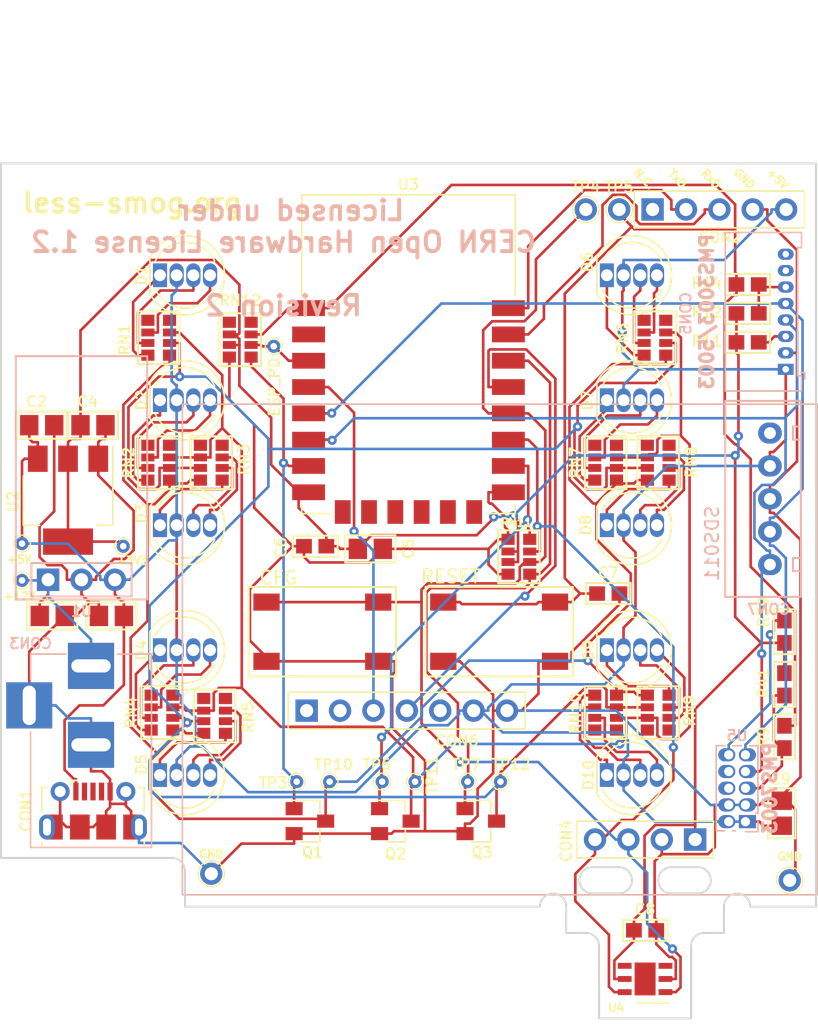
<source format=kicad_pcb>
(kicad_pcb (version 20171130) (host pcbnew "(5.1.12)-1")
  (layers (0 F.Cu signal) (31 B.Cu signal) (34 B.Paste user hide) (35 F.Paste user hide) (36 B.SilkS user hide) (37 F.SilkS user hide) (38 B.Mask user hide) (39 F.Mask user hide) (44 Edge.Cuts user))
  (net 0 "")
  (net 1 +12V)
  (net 2 GND)
  (net 3 +5V)
  (net 4 +3V3)
  (net 5 RESET)
  (net 6 ESP_TXD)
  (net 7 ESP_RXD)
  (net 8 HTU_SCL)
  (net 9 PMS_RXD)
  (net 10 PMS_TXD)
  (net 11 "Net-(D1-Pad4)")
  (net 12 "Net-(D1-Pad3)")
  (net 13 "Net-(D2-Pad4)")
  (net 14 "Net-(D2-Pad3)")
  (net 15 "Net-(D3-Pad4)")
  (net 16 "Net-(D3-Pad3)")
  (net 17 "Net-(D4-Pad4)")
  (net 18 "Net-(D4-Pad3)")
  (net 19 "Net-(D5-Pad4)")
  (net 20 "Net-(D5-Pad3)")
  (net 21 "Net-(D6-Pad4)")
  (net 22 "Net-(D6-Pad3)")
  (net 23 "Net-(D7-Pad4)")
  (net 24 "Net-(D7-Pad3)")
  (net 25 "Net-(D8-Pad4)")
  (net 26 "Net-(D8-Pad3)")
  (net 27 "Net-(D9-Pad4)")
  (net 28 "Net-(D9-Pad3)")
  (net 29 "Net-(D10-Pad4)")
  (net 30 "Net-(D10-Pad3)")
  (net 31 LED_R_CTRL)
  (net 32 /LED_R)
  (net 33 LED_G_CTRL)
  (net 34 /LED_G)
  (net 35 LED_B_CTRL)
  (net 36 /LED_B)
  (net 37 /ESP_PD)
  (net 38 HTU_SDA/CFG_BTN)
  (net 39 "Net-(CON5-Pad3)")
  (net 40 "Net-(CON5-Pad6)")
  (net 41 GPIO16)
  (net 42 GPIO4)
  (net 43 "Net-(D1-Pad1)")
  (net 44 "Net-(D2-Pad1)")
  (net 45 "Net-(D3-Pad1)")
  (net 46 "Net-(D4-Pad1)")
  (net 47 "Net-(D5-Pad1)")
  (net 48 "Net-(D6-Pad1)")
  (net 49 "Net-(D7-Pad1)")
  (net 50 "Net-(D8-Pad1)")
  (net 51 "Net-(D9-Pad1)")
  (net 52 "Net-(D10-Pad1)")
  (net 53 "Net-(R41-Pad2)")
  (net 54 "Net-(R39-Pad2)")
  (module less-smog:E45-TTL-1W (layer F.Cu) (at 99.875 83.1 90)
    (fp_text reference CON6 (at -2.3 3.825 180) (layer F.SilkS) (effects (font (size 0.8 0.8))))
    (fp_text value AUX)
    (pad 1 thru_hole rect (at 0 -7.62 90) (size 1.7 1.7) (drill 1) (layers *.Cu *.Mask))
    (pad 2 thru_hole oval (at 0 -5.08 90) (size 1.7 1.7) (drill 1) (layers *.Cu *.Mask))
    (pad 3 thru_hole oval (at 0 -2.54 90) (size 1.7 1.7) (drill 1) (layers *.Cu *.Mask) (net 41 GPIO16))
    (pad 4 thru_hole oval (at 0 0 90) (size 1.7 1.7) (drill 1) (layers *.Cu *.Mask) (net 42 GPIO4))
    (pad 5 thru_hole oval (at 0 2.54 90) (size 1.7 1.7) (drill 1) (layers *.Cu *.Mask))
    (pad 6 thru_hole oval (at 0 5.08 90) (size 1.7 1.7) (drill 1) (layers *.Cu *.Mask) (net 3 +5V))
    (pad 7 thru_hole oval (at 0 7.62 90) (size 1.7 1.7) (drill 1) (layers *.Cu *.Mask) (net 2 GND))
  )
  (module less-smog:4x0603_M (layer F.Cu) (at 85.25 83.5 90)
    (fp_text reference RN5 (at -0.1 2.55 90) (layer F.SilkS) (effects (font (size 0.8 0.8))))
    (fp_text value 150R)
    (pad 1 smd rect (at -1.325 0.825 90) (size 0.85 1) (layers F.Cu F.Paste F.Mask) (net 47 "Net-(D5-Pad1)"))
    (pad 2 smd rect (at -0.4 0.825 90) (size 0.6 1) (layers F.Cu F.Paste F.Mask) (net 20 "Net-(D5-Pad3)"))
    (pad 3 smd rect (at 0.4 0.825 90) (size 0.6 1) (layers F.Cu F.Paste F.Mask) (net 19 "Net-(D5-Pad4)"))
    (pad 4 smd rect (at 1.325 0.825 90) (size 0.85 1) (layers F.Cu F.Paste F.Mask))
    (pad 5 smd rect (at 1.325 -0.825 270) (size 0.85 1) (layers F.Cu F.Paste F.Mask))
    (pad 6 smd rect (at 0.4 -0.825 270) (size 0.6 1) (layers F.Cu F.Paste F.Mask) (net 34 /LED_G))
    (pad 7 smd rect (at -0.4 -0.825 270) (size 0.6 1) (layers F.Cu F.Paste F.Mask) (net 36 /LED_B))
    (pad 8 smd rect (at -1.325 -0.825 270) (size 0.85 1) (layers F.Cu F.Paste F.Mask) (net 32 /LED_R))
  )
  (module less-smog:4x0603_M (layer F.Cu) (at 108.4 71.4 270)
    (fp_text reference RN11 (at -2.6 0.2) (layer F.SilkS) (effects (font (size 0.6 0.6))))
    (fp_text value 10k)
    (pad 1 smd rect (at -1.325 0.825 270) (size 0.85 1) (layers F.Cu F.Paste F.Mask) (net 2 GND))
    (pad 2 smd rect (at -0.4 0.825 270) (size 0.6 1) (layers F.Cu F.Paste F.Mask) (net 4 +3V3))
    (pad 3 smd rect (at 0.4 0.825 270) (size 0.6 1) (layers F.Cu F.Paste F.Mask) (net 4 +3V3))
    (pad 4 smd rect (at 1.325 0.825 270) (size 0.85 1) (layers F.Cu F.Paste F.Mask) (net 2 GND))
    (pad 5 smd rect (at 1.325 -0.825 90) (size 0.85 1) (layers F.Cu F.Paste F.Mask) (net 35 LED_B_CTRL))
    (pad 6 smd rect (at 0.4 -0.825 90) (size 0.6 1) (layers F.Cu F.Paste F.Mask) (net 38 HTU_SDA/CFG_BTN))
    (pad 7 smd rect (at -0.4 -0.825 90) (size 0.6 1) (layers F.Cu F.Paste F.Mask) (net 8 HTU_SCL))
    (pad 8 smd rect (at -1.325 -0.825 90) (size 0.85 1) (layers F.Cu F.Paste F.Mask) (net 33 LED_G_CTRL))
  )
  (module less-smog:PMS7003_THT (layer B.Cu) (at 125 89)
    (fp_text reference U5 (at 0 -4) (layer B.SilkS) (effects (font (size 0.8 0.8)) (justify mirror)))
    (fp_text value PMS7003 (at 2.5 0 270) (layer B.SilkS) (effects (font (thickness 0.25)) (justify mirror)))
    (pad 1 thru_hole rect (at 0.635 2.54) (size 1.3 1) (drill 0.7 (offset 0.15 0)) (layers *.Cu *.Mask) (net 3 +5V))
    (pad 2 thru_hole oval (at -0.635 2.54) (size 1.3 1) (drill 0.7 (offset -0.15 0)) (layers *.Cu *.Mask) (net 3 +5V))
    (pad 3 thru_hole oval (at 0.635 1.27) (size 1.3 1) (drill 0.7 (offset 0.15 0)) (layers *.Cu *.Mask) (net 2 GND))
    (pad 4 thru_hole oval (at -0.635 1.27) (size 1.3 1) (drill 0.7 (offset -0.15 0)) (layers *.Cu *.Mask) (net 2 GND))
    (pad 5 thru_hole oval (at 0.635 0) (size 1.3 1) (drill 0.7 (offset 0.15 0)) (layers *.Cu *.Mask) (net 53 "Net-(R41-Pad2)"))
    (pad 6 thru_hole oval (at -0.635 0) (size 1.3 1) (drill 0.7 (offset -0.15 0)) (layers *.Cu *.Mask))
    (pad 7 thru_hole oval (at 0.635 -1.27) (size 1.3 1) (drill 0.7 (offset 0.15 0)) (layers *.Cu *.Mask) (net 9 PMS_RXD))
    (pad 8 thru_hole oval (at -0.635 -1.27) (size 1.3 1) (drill 0.7 (offset -0.15 0)) (layers *.Cu *.Mask))
    (pad 9 thru_hole oval (at 0.635 -2.54) (size 1.3 1) (drill 0.7 (offset 0.15 0)) (layers *.Cu *.Mask) (net 10 PMS_TXD))
    (pad 10 thru_hole oval (at -0.635 -2.54) (size 1.3 1) (drill 0.7 (offset -0.15 0)) (layers *.Cu *.Mask) (net 54 "Net-(R39-Pad2)"))
  )
  (module Connectors:BARREL_JACK (layer B.Cu) (at 75.85 79.7 90)
    (fp_text reference CON3 (at 1.7 -4.6 180) (layer B.SilkS) (effects (font (size 0.8 0.8)) (justify mirror)))
    (fp_text value N.C.)
    (pad 1 thru_hole rect (at 0 0 90) (size 3.5 3.5) (drill oval 1 3) (layers *.Cu *.Mask) (net 1 +12V))
    (pad 2 thru_hole rect (at -6 0 90) (size 3.5 3.5) (drill oval 1 3) (layers *.Cu *.Mask) (net 2 GND))
    (pad 3 thru_hole rect (at -3 -4.7 90) (size 3.5 3.5) (drill oval 3 1) (layers *.Cu *.Mask) (net 2 GND))
  )
  (module TO_SOT_Packages_SMD:SOT-223-3Lead_TabPin2 (layer F.Cu) (at 74.1 67.1 270)
    (fp_text reference U2 (at 0.1 4.2 270) (layer F.SilkS) (effects (font (size 0.8 0.8))))
    (fp_text value TLV1117LV33DCY)
    (pad 2 smd rect (at 3.15 0 270) (size 2 3.8) (layers F.Cu F.Paste F.Mask) (net 4 +3V3))
    (pad 2 smd rect (at -3.15 0 270) (size 2 1.5) (layers F.Cu F.Paste F.Mask) (net 4 +3V3))
    (pad 3 smd rect (at -3.15 2.3 270) (size 2 1.5) (layers F.Cu F.Paste F.Mask) (net 3 +5V))
    (pad 1 smd rect (at -3.15 -2.3 270) (size 2 1.5) (layers F.Cu F.Paste F.Mask) (net 2 GND))
  )
  (module Connectors_USB:USB_Micro-B_Molex-105017-0001 (layer F.Cu) (at 76 91.6)
    (fp_text reference CON1 (at -5.1 -0.9 270) (layer F.SilkS) (effects (font (size 0.8 0.8))))
    (fp_text value "Micro USB")
    (pad 6 smd rect (at 1 0.35) (size 1.5 1.9) (layers F.Cu F.Paste F.Mask) (net 2 GND))
    (pad 6 thru_hole circle (at -2.5 -2.35) (size 1.45 1.45) (drill 0.85) (layers *.Cu *.Mask) (net 2 GND))
    (pad 2 smd rect (at -0.65 -2.35) (size 0.4 1.35) (layers F.Cu F.Paste F.Mask))
    (pad 1 smd rect (at -1.3 -2.35) (size 0.4 1.35) (layers F.Cu F.Paste F.Mask) (net 3 +5V))
    (pad 5 smd rect (at 1.3 -2.35) (size 0.4 1.35) (layers F.Cu F.Paste F.Mask) (net 2 GND))
    (pad 4 smd rect (at 0.65 -2.35) (size 0.4 1.35) (layers F.Cu F.Paste F.Mask))
    (pad 3 smd rect (at 0 -2.35) (size 0.4 1.35) (layers F.Cu F.Paste F.Mask))
    (pad 6 thru_hole circle (at 2.5 -2.35) (size 1.45 1.45) (drill 0.85) (layers *.Cu *.Mask) (net 2 GND))
    (pad 6 smd rect (at -1 0.35) (size 1.5 1.9) (layers F.Cu F.Paste F.Mask) (net 2 GND))
    (pad 6 thru_hole oval (at -3.5 0.35 180) (size 1.2 1.9) (drill oval 0.6 1.3) (layers *.Cu *.Mask) (net 2 GND))
    (pad 6 thru_hole oval (at 3.5 0.35) (size 1.2 1.9) (drill oval 0.6 1.3) (layers *.Cu *.Mask) (net 2 GND))
    (pad 6 smd rect (at 2.9 0.35) (size 1.2 1.9) (layers F.Cu F.Mask) (net 2 GND))
    (pad 6 smd rect (at -2.9 0.35) (size 1.2 1.9) (layers F.Cu F.Mask) (net 2 GND))
  )
  (module less-smog:ESP-12F (layer F.Cu) (at 100 56)
    (fp_text reference U3 (at 0 -12.9 180) (layer F.SilkS) (effects (font (size 0.8 0.8))))
    (fp_text value ESP-12F)
    (pad 1 smd rect (at -7.6 -3.5) (size 2.5 1.2) (layers F.Cu F.Paste F.Mask) (net 5 RESET))
    (pad 2 smd rect (at -7.6 -1.5) (size 2.5 1.2) (layers F.Cu F.Paste F.Mask))
    (pad 3 smd rect (at -7.6 0.5) (size 2.5 1.2) (layers F.Cu F.Paste F.Mask) (net 37 /ESP_PD))
    (pad 4 smd rect (at -7.6 2.5) (size 2.5 1.2) (layers F.Cu F.Paste F.Mask) (net 41 GPIO16))
    (pad 5 smd rect (at -7.6 4.5) (size 2.5 1.2) (layers F.Cu F.Paste F.Mask) (net 10 PMS_TXD))
    (pad 6 smd rect (at -7.6 6.5) (size 2.5 1.2) (layers F.Cu F.Paste F.Mask) (net 9 PMS_RXD))
    (pad 7 smd rect (at -7.6 8.5) (size 2.5 1.2) (layers F.Cu F.Paste F.Mask) (net 31 LED_R_CTRL))
    (pad 8 smd rect (at -7.6 10.5) (size 2.5 1.2) (layers F.Cu F.Paste F.Mask) (net 4 +3V3))
    (pad 9 smd rect (at -5 12) (size 1.2 1.8) (layers F.Cu F.Paste F.Mask))
    (pad 10 smd rect (at -3 12) (size 1.2 1.8) (layers F.Cu F.Paste F.Mask))
    (pad 11 smd rect (at -1 12) (size 1.2 1.8) (layers F.Cu F.Paste F.Mask))
    (pad 12 smd rect (at 1 12) (size 1.2 1.8) (layers F.Cu F.Paste F.Mask))
    (pad 13 smd rect (at 3 12) (size 1.2 1.8) (layers F.Cu F.Paste F.Mask))
    (pad 14 smd rect (at 5 12) (size 1.2 1.8) (layers F.Cu F.Paste F.Mask))
    (pad 15 smd rect (at 7.6 10.5) (size 2.5 1.2) (layers F.Cu F.Paste F.Mask) (net 2 GND))
    (pad 16 smd rect (at 7.6 8.5) (size 2.5 1.2) (layers F.Cu F.Paste F.Mask) (net 33 LED_G_CTRL))
    (pad 17 smd rect (at 7.6 6.5) (size 2.5 1.2) (layers F.Cu F.Paste F.Mask) (net 8 HTU_SCL))
    (pad 18 smd rect (at 7.6 4.5) (size 2.5 1.2) (layers F.Cu F.Paste F.Mask) (net 38 HTU_SDA/CFG_BTN))
    (pad 19 smd rect (at 7.6 2.5) (size 2.5 1.2) (layers F.Cu F.Paste F.Mask) (net 42 GPIO4))
    (pad 20 smd rect (at 7.6 0.5) (size 2.5 1.2) (layers F.Cu F.Paste F.Mask) (net 35 LED_B_CTRL))
    (pad 21 smd rect (at 7.6 -1.5) (size 2.5 1.2) (layers F.Cu F.Paste F.Mask) (net 7 ESP_RXD))
    (pad 22 smd rect (at 7.6 -3.5) (size 2.5 1.2) (layers F.Cu F.Paste F.Mask) (net 6 ESP_TXD))
  )
  (module less-smog:Molex_PicoBlade_53048-0810 (layer B.Cu) (at 128.7 57.15 90)
    (fp_text reference CON5 (at 4.25 -7.6 270) (layer B.SilkS) (effects (font (size 0.8 0.8)) (justify mirror)))
    (fp_text value PMS3003/5003 (at 4.375 -6 90) (layer B.SilkS) (effects (font (thickness 0.25)) (justify mirror)))
    (pad 1 thru_hole rect (at 0 0 90) (size 0.85 1.2) (drill 0.5) (layers *.Cu *.Mask) (net 3 +5V))
    (pad 2 thru_hole oval (at 1.25 0 90) (size 0.85 1.2) (drill 0.5) (layers *.Cu *.Mask) (net 2 GND))
    (pad 3 thru_hole oval (at 2.5 0 90) (size 0.85 1.2) (drill 0.5) (layers *.Cu *.Mask) (net 39 "Net-(CON5-Pad3)"))
    (pad 4 thru_hole oval (at 3.75 0 90) (size 0.85 1.2) (drill 0.5) (layers *.Cu *.Mask) (net 9 PMS_RXD))
    (pad 5 thru_hole oval (at 5 0 90) (size 0.85 1.2) (drill 0.5) (layers *.Cu *.Mask) (net 10 PMS_TXD))
    (pad 6 thru_hole oval (at 6.25 0 90) (size 0.85 1.2) (drill 0.5) (layers *.Cu *.Mask) (net 40 "Net-(CON5-Pad6)"))
    (pad 7 thru_hole oval (at 7.5 0 90) (size 0.85 1.2) (drill 0.5) (layers *.Cu *.Mask))
    (pad 8 thru_hole oval (at 8.75 0 90) (size 0.85 1.2) (drill 0.5) (layers *.Cu *.Mask))
  )
  (module less-smog:SOT-23 (layer F.Cu) (at 92.5 91.5)
    (fp_text reference Q1 (at 0.2 2.4) (layer F.SilkS) (effects (font (size 0.8 0.8))))
    (fp_text value BSS214N)
    (pad 1 smd rect (at -1.2 -0.95) (size 1.3 1) (layers F.Cu F.Paste F.Mask) (net 31 LED_R_CTRL))
    (pad 2 smd rect (at -1.2 0.95) (size 1.3 1) (layers F.Cu F.Paste F.Mask) (net 2 GND))
    (pad 3 smd rect (at 1.2 0) (size 1.3 1) (layers F.Cu F.Paste F.Mask) (net 32 /LED_R))
  )
  (module less-smog:SOT-23 (layer F.Cu) (at 99 91.5)
    (fp_text reference Q2 (at 0 2.5) (layer F.SilkS) (effects (font (size 0.8 0.8))))
    (fp_text value BSS214N)
    (pad 1 smd rect (at -1.2 -0.95) (size 1.3 1) (layers F.Cu F.Paste F.Mask) (net 33 LED_G_CTRL))
    (pad 2 smd rect (at -1.2 0.95) (size 1.3 1) (layers F.Cu F.Paste F.Mask) (net 2 GND))
    (pad 3 smd rect (at 1.2 0) (size 1.3 1) (layers F.Cu F.Paste F.Mask) (net 34 /LED_G))
  )
  (module less-smog:SOT-23 (layer F.Cu) (at 105.5 91.5)
    (fp_text reference Q3 (at 0.1 2.4) (layer F.SilkS) (effects (font (size 0.8 0.8))))
    (fp_text value BSS214N)
    (pad 1 smd rect (at -1.2 -0.95) (size 1.3 1) (layers F.Cu F.Paste F.Mask) (net 35 LED_B_CTRL))
    (pad 2 smd rect (at -1.2 0.95) (size 1.3 1) (layers F.Cu F.Paste F.Mask) (net 2 GND))
    (pad 3 smd rect (at 1.2 0) (size 1.3 1) (layers F.Cu F.Paste F.Mask) (net 36 /LED_B))
  )
  (module less-smog:MicroswitchSmd-4.3_N (layer F.Cu) (at 106.9 77.1 270)
    (fp_text reference SW1)
    (fp_text value RESET (at -4.2 3.7) (layer F.SilkS))
    (pad 1 smd rect (at -2.25 4.25 270) (size 1.3 2) (layers F.Cu F.Paste F.Mask) (net 5 RESET))
    (pad 2 smd rect (at 2.25 4.25 270) (size 1.3 2) (layers F.Cu F.Paste F.Mask) (net 2 GND))
    (pad 2 smd rect (at 2.25 -4.25 90) (size 1.3 2) (layers F.Cu F.Paste F.Mask) (net 2 GND))
    (pad 1 smd rect (at -2.25 -4.25 90) (size 1.3 2) (layers F.Cu F.Paste F.Mask) (net 5 RESET))
  )
  (module less-smog:MicroswitchSmd-4.3_N (layer F.Cu) (at 93.45 77.1 270)
    (fp_text reference SW2)
    (fp_text value CFG (at -4.1 3.35) (layer F.SilkS))
    (pad 1 smd rect (at -2.25 4.25 270) (size 1.3 2) (layers F.Cu F.Paste F.Mask) (net 38 HTU_SDA/CFG_BTN))
    (pad 2 smd rect (at 2.25 4.25 270) (size 1.3 2) (layers F.Cu F.Paste F.Mask) (net 2 GND))
    (pad 2 smd rect (at 2.25 -4.25 90) (size 1.3 2) (layers F.Cu F.Paste F.Mask) (net 2 GND))
    (pad 1 smd rect (at -2.25 -4.25 90) (size 1.3 2) (layers F.Cu F.Paste F.Mask) (net 38 HTU_SDA/CFG_BTN))
  )
  (module less-smog:HTU21D_module (layer F.Cu) (at 118 92.9 180)
    (fp_text reference CON4 (at 6 -0.1 90) (layer F.SilkS) (effects (font (size 0.8 0.8))))
    (fp_text value HTU21D)
    (pad 1 thru_hole rect (at -3.81 0 270) (size 1.7 1.7) (drill 1) (layers *.Cu *.Mask) (net 4 +3V3))
    (pad 2 thru_hole oval (at -1.27 0 270) (size 1.7 1.7) (drill 1) (layers *.Cu *.Mask) (net 2 GND))
    (pad 3 thru_hole oval (at 1.27 0 270) (size 1.7 1.7) (drill 1) (layers *.Cu *.Mask) (net 38 HTU_SDA/CFG_BTN))
    (pad 4 thru_hole oval (at 3.81 0 270) (size 1.7 1.7) (drill 1) (layers *.Cu *.Mask) (net 8 HTU_SCL))
  )
  (module less-smog:TP_1.0_0.5_THT (layer F.Cu) (at 89.75 55.4)
    (fp_text reference TP1)
    (fp_text value ESP_PD (at 0.05 3.1 90) (layer F.SilkS) (effects (font (size 0.8 0.8))))
    (pad 1 thru_hole circle (at 0 0) (size 1 1) (drill 0.5) (layers *.Cu *.Mask) (net 37 /ESP_PD))
  )
  (module less-smog:TP_1.7_1.0_THT (layer F.Cu) (at 85 95.5)
    (fp_text reference TP2)
    (fp_text value GND (at 0 -1.5) (layer F.SilkS) (effects (font (size 0.6 0.6))))
    (pad 1 thru_hole circle (at 0 0) (size 1.7 1.7) (drill 1) (layers *.Cu *.Mask) (net 2 GND))
  )
  (module less-smog:TP_1.0_0.5_THT (layer F.Cu) (at 91.5 88.5)
    (fp_text reference TP3 (at -1.8 0.1) (layer F.SilkS) (effects (font (size 0.8 0.8))))
    (fp_text value -)
    (pad 1 thru_hole circle (at 0 0) (size 1 1) (drill 0.5) (layers *.Cu *.Mask) (net 31 LED_R_CTRL))
  )
  (module less-smog:TP_1.7_1.0_THT (layer F.Cu) (at 113.49 45)
    (fp_text reference TP4 (at 0 -1.7) (layer F.SilkS) (effects (font (size 0.8 0.8))))
    (fp_text value CFG)
    (pad 1 thru_hole circle (at 0 0) (size 1.7 1.7) (drill 1) (layers *.Cu *.Mask) (net 38 HTU_SDA/CFG_BTN))
  )
  (module less-smog:TP_1.7_1.0_THT (layer F.Cu) (at 116.03 45)
    (fp_text reference TP5 (at 0 -1.7) (layer F.SilkS) (effects (font (size 0.8 0.8))))
    (fp_text value RESET)
    (pad 1 thru_hole circle (at 0 0) (size 1.7 1.7) (drill 1) (layers *.Cu *.Mask) (net 5 RESET))
  )
  (module less-smog:TP_1.0_0.5_THT (layer F.Cu) (at 98 88.5)
    (fp_text reference TP6 (at -0.4 -1.3) (layer F.SilkS) (effects (font (size 0.8 0.8))))
    (fp_text value -)
    (pad 1 thru_hole circle (at 0 0) (size 1 1) (drill 0.5) (layers *.Cu *.Mask) (net 33 LED_G_CTRL))
  )
  (module less-smog:TP_1.0_0.5_THT (layer F.Cu) (at 104.5 88.5)
    (fp_text reference TP7 (at -0.1 -1.3) (layer F.SilkS) (effects (font (size 0.8 0.8))))
    (fp_text value -)
    (pad 1 thru_hole circle (at 0 0) (size 1 1) (drill 0.5) (layers *.Cu *.Mask) (net 35 LED_B_CTRL))
  )
  (module less-smog:TP_1.0_0.5_THT (layer F.Cu) (at 70.6 70.4)
    (fp_text reference TP8)
    (fp_text value +5V (at -0.2 1.2) (layer F.SilkS) (effects (font (size 0.6 0.6))))
    (pad 1 thru_hole circle (at 0 0) (size 1 1) (drill 0.5) (layers *.Cu *.Mask) (net 3 +5V))
  )
  (module less-smog:TP_1.0_0.5_THT (layer F.Cu) (at 70.6 73.2)
    (fp_text reference TP9)
    (fp_text value +12V (at -0.2 1.2) (layer F.SilkS) (effects (font (size 0.6 0.6))))
    (pad 1 thru_hole circle (at 0 0) (size 1 1) (drill 0.5) (layers *.Cu *.Mask) (net 1 +12V))
  )
  (module less-smog:TP_1.0_0.5_THT (layer F.Cu) (at 94 88.5)
    (fp_text reference TP10 (at 0.3 -1.3) (layer F.SilkS) (effects (font (size 0.8 0.8))))
    (fp_text value -)
    (pad 1 thru_hole circle (at 0 0) (size 1 1) (drill 0.5) (layers *.Cu *.Mask) (net 32 /LED_R))
  )
  (module less-smog:TP_1.0_0.5_THT (layer F.Cu) (at 100.5 88.5)
    (fp_text reference TP11 (at 1.3 -0.5 90) (layer F.SilkS) (effects (font (size 0.8 0.8))))
    (fp_text value -)
    (pad 1 thru_hole circle (at 0 0) (size 1 1) (drill 0.5) (layers *.Cu *.Mask) (net 34 /LED_G))
  )
  (module less-smog:TP_1.0_0.5_THT (layer F.Cu) (at 107 88.5)
    (fp_text reference TP12 (at 0.8 -1.3) (layer F.SilkS) (effects (font (size 0.8 0.8))))
    (fp_text value -)
    (pad 1 thru_hole circle (at 0 0) (size 1 1) (drill 0.5) (layers *.Cu *.Mask) (net 36 /LED_B))
  )
  (module less-smog:TP_1.0_0.5_THT (layer F.Cu) (at 78.3 70.6)
    (fp_text reference TP13)
    (fp_text value +3V3 (at 0.7 1.1) (layer F.SilkS) (effects (font (size 0.6 0.6))))
    (pad 1 thru_hole circle (at 0 0) (size 1 1) (drill 0.5) (layers *.Cu *.Mask) (net 4 +3V3))
  )
  (module less-smog:TP_1.7_1.0_THT (layer F.Cu) (at 129 96)
    (fp_text reference TP14)
    (fp_text value GND (at 0 -1.8) (layer F.SilkS) (effects (font (size 0.6 0.6))))
    (pad 1 thru_hole circle (at 0 0) (size 1.7 1.7) (drill 1) (layers *.Cu *.Mask) (net 2 GND))
  )
  (module less-smog:Pin_Header_Straight_1x05_Pitch2.54mm (layer F.Cu) (at 118.57 45 90)
    (fp_text reference CON2 (at -2.1 5.13 180) (layer F.SilkS) (effects (font (size 0.8 0.8))))
    (fp_text value PROG)
    (pad 1 thru_hole rect (at 0 0 90) (size 1.7 1.7) (drill 1) (layers *.Cu *.Mask))
    (pad 2 thru_hole oval (at 0 2.54 90) (size 1.7 1.7) (drill 1) (layers *.Cu *.Mask) (net 6 ESP_TXD))
    (pad 3 thru_hole oval (at 0 5.08 90) (size 1.7 1.7) (drill 1) (layers *.Cu *.Mask) (net 7 ESP_RXD))
    (pad 4 thru_hole oval (at 0 7.62 90) (size 1.7 1.7) (drill 1) (layers *.Cu *.Mask) (net 2 GND))
    (pad 5 thru_hole oval (at 0 10.16 90) (size 1.7 1.7) (drill 1) (layers *.Cu *.Mask) (net 3 +5V))
  )
  (module less-smog:HTU21D (layer F.Cu) (at 118 103.5 180)
    (fp_text reference U4 (at 2.2 -2.2 180) (layer F.SilkS) (effects (font (size 0.6 0.6))))
    (fp_text value HTU21D)
    (pad 0 smd rect (at 0 0 180) (size 1.6 2.5) (layers F.Cu F.Paste F.Mask))
    (pad 1 smd rect (at -1.55 -1 180) (size 1.05 0.45) (layers F.Cu F.Paste F.Mask) (net 38 HTU_SDA/CFG_BTN))
    (pad 2 smd rect (at -1.55 0 180) (size 1.05 0.45) (layers F.Cu F.Paste F.Mask) (net 2 GND))
    (pad 3 smd rect (at -1.55 1 180) (size 1.05 0.45) (layers F.Cu F.Paste F.Mask))
    (pad 4 smd rect (at 1.55 1 180) (size 1.05 0.45) (layers F.Cu F.Paste F.Mask))
    (pad 5 smd rect (at 1.55 0 180) (size 1.05 0.45) (layers F.Cu F.Paste F.Mask) (net 4 +3V3))
    (pad 6 smd rect (at 1.55 -1 180) (size 1.05 0.45) (layers F.Cu F.Paste F.Mask) (net 8 HTU_SCL))
  )
  (module less-smog:0603_M (layer F.Cu) (at 92.9 70.6 180)
    (fp_text reference C6 (at 2.6 -0.1 270) (layer F.SilkS) (effects (font (size 0.8 0.8))))
    (fp_text value 100nF)
    (pad 1 smd rect (at -0.85 0 180) (size 1.2 1.1) (layers F.Cu F.Paste F.Mask) (net 4 +3V3))
    (pad 2 smd rect (at 0.85 0 180) (size 1.2 1.1) (layers F.Cu F.Paste F.Mask) (net 2 GND))
  )
  (module less-smog:0603_M (layer F.Cu) (at 115.2 74.2)
    (fp_text reference C7 (at 0 -1.6) (layer F.SilkS) (effects (font (size 0.8 0.8))))
    (fp_text value 100nF)
    (pad 1 smd rect (at -0.85 0) (size 1.2 1.1) (layers F.Cu F.Paste F.Mask) (net 5 RESET))
    (pad 2 smd rect (at 0.85 0) (size 1.2 1.1) (layers F.Cu F.Paste F.Mask) (net 2 GND))
  )
  (module less-smog:0603_M (layer F.Cu) (at 118 99.8)
    (fp_text reference C8 (at 0 -1.6) (layer F.SilkS) (effects (font (size 0.8 0.8))))
    (fp_text value 100nF)
    (pad 1 smd rect (at -0.85 0) (size 1.2 1.1) (layers F.Cu F.Paste F.Mask) (net 4 +3V3))
    (pad 2 smd rect (at 0.85 0) (size 1.2 1.1) (layers F.Cu F.Paste F.Mask) (net 2 GND))
  )
  (module less-smog:0603_R_M (layer F.Cu) (at 128.6 85.1 90)
    (fp_text reference R9 (at 0 -1.6 90) (layer F.SilkS) (effects (font (size 0.8 0.8))))
    (fp_text value N.C.)
    (pad 1 smd rect (at -0.85 0 90) (size 1.2 1.1) (layers F.Cu F.Paste F.Mask) (net 53 "Net-(R41-Pad2)"))
    (pad 2 smd rect (at 0.85 0 90) (size 1.2 1.1) (layers F.Cu F.Paste F.Mask) (net 5 RESET))
  )
  (module less-smog:0603_R_M (layer F.Cu) (at 125.8 55.1 180)
    (fp_text reference R11 (at 3.1 0.1 180) (layer F.SilkS) (effects (font (size 0.8 0.8))))
    (fp_text value N.C.)
    (pad 1 smd rect (at -0.85 0 180) (size 1.2 1.1) (layers F.Cu F.Paste F.Mask) (net 39 "Net-(CON5-Pad3)"))
    (pad 2 smd rect (at 0.85 0 180) (size 1.2 1.1) (layers F.Cu F.Paste F.Mask) (net 4 +3V3))
  )
  (module less-smog:0603_R_M (layer F.Cu) (at 125.8 52.9 180)
    (fp_text reference R12 (at 3.1 0.1 180) (layer F.SilkS) (effects (font (size 0.8 0.8))))
    (fp_text value N.C.)
    (pad 1 smd rect (at -0.85 0 180) (size 1.2 1.1) (layers F.Cu F.Paste F.Mask) (net 40 "Net-(CON5-Pad6)"))
    (pad 2 smd rect (at 0.85 0 180) (size 1.2 1.1) (layers F.Cu F.Paste F.Mask) (net 4 +3V3))
  )
  (module less-smog:0603_R_M (layer F.Cu) (at 125.8 50.7 180)
    (fp_text reference R14 (at 3.1 0.1 180) (layer F.SilkS) (effects (font (size 0.8 0.8))))
    (fp_text value N.C.)
    (pad 1 smd rect (at -0.85 0 180) (size 1.2 1.1) (layers F.Cu F.Paste F.Mask) (net 40 "Net-(CON5-Pad6)"))
    (pad 2 smd rect (at 0.85 0 180) (size 1.2 1.1) (layers F.Cu F.Paste F.Mask) (net 5 RESET))
  )
  (module less-smog:0603_R_M (layer F.Cu) (at 128.6 77.1 90)
    (fp_text reference R39 (at 1.5 -1.6 90) (layer F.SilkS) (effects (font (size 0.8 0.8))))
    (fp_text value 10k)
    (pad 1 smd rect (at -0.85 0 90) (size 1.2 1.1) (layers F.Cu F.Paste F.Mask) (net 4 +3V3))
    (pad 2 smd rect (at 0.85 0 90) (size 1.2 1.1) (layers F.Cu F.Paste F.Mask) (net 54 "Net-(R39-Pad2)"))
  )
  (module less-smog:0603_R_M (layer F.Cu) (at 128.6 81.1 270)
    (fp_text reference R41 (at -0.1 1.6 270) (layer F.SilkS) (effects (font (size 0.8 0.8))))
    (fp_text value 10k)
    (pad 1 smd rect (at -0.85 0 270) (size 1.2 1.1) (layers F.Cu F.Paste F.Mask) (net 4 +3V3))
    (pad 2 smd rect (at 0.85 0 270) (size 1.2 1.1) (layers F.Cu F.Paste F.Mask) (net 53 "Net-(R41-Pad2)"))
  )
  (module less-smog:5V_DC_DC (layer B.Cu) (at 75.125 73.15 90)
    (fp_text reference U1 (at -2.4 0) (layer B.SilkS) (effects (font (size 0.8 0.8)) (justify mirror)))
    (fp_text value N.C.)
    (pad 1 thru_hole rect (at 0 -2.54 90) (size 1.7 1.7) (drill 1) (layers *.Cu *.Mask) (net 1 +12V))
    (pad 2 thru_hole oval (at 0 0 90) (size 1.7 1.7) (drill 1) (layers *.Cu *.Mask) (net 2 GND))
    (pad 3 thru_hole oval (at 0 2.54 90) (size 1.7 1.7) (drill 1) (layers *.Cu *.Mask) (net 3 +5V))
  )
  (module less-smog:0805_M (layer F.Cu) (at 72.9 75.9)
    (fp_text reference C1)
    (fp_text value N.C.)
    (pad 1 smd rect (at -0.95 0) (size 1.4 1.55) (layers F.Cu F.Paste F.Mask) (net 1 +12V))
    (pad 2 smd rect (at 0.95 0) (size 1.4 1.55) (layers F.Cu F.Paste F.Mask) (net 2 GND))
  )
  (module less-smog:0805_M (layer F.Cu) (at 72.1 61.4)
    (fp_text reference C2 (at -0.4 -1.8) (layer F.SilkS) (effects (font (size 0.8 0.8))))
    (fp_text value 10uF/10V)
    (pad 1 smd rect (at -0.95 0) (size 1.4 1.55) (layers F.Cu F.Paste F.Mask) (net 3 +5V))
    (pad 2 smd rect (at 0.95 0) (size 1.4 1.55) (layers F.Cu F.Paste F.Mask) (net 2 GND))
  )
  (module less-smog:0805_M (layer F.Cu) (at 77.4 75.9 180)
    (fp_text reference C3)
    (fp_text value N.C.)
    (pad 1 smd rect (at -0.95 0 180) (size 1.4 1.55) (layers F.Cu F.Paste F.Mask) (net 3 +5V))
    (pad 2 smd rect (at 0.95 0 180) (size 1.4 1.55) (layers F.Cu F.Paste F.Mask) (net 2 GND))
  )
  (module less-smog:0805_M (layer F.Cu) (at 76 61.4)
    (fp_text reference C4 (at -0.4 -1.8) (layer F.SilkS) (effects (font (size 0.8 0.8))))
    (fp_text value 10uF/10V)
    (pad 1 smd rect (at -0.95 0) (size 1.4 1.55) (layers F.Cu F.Paste F.Mask) (net 4 +3V3))
    (pad 2 smd rect (at 0.95 0) (size 1.4 1.55) (layers F.Cu F.Paste F.Mask) (net 2 GND))
  )
  (module less-smog:0805_M (layer F.Cu) (at 97.1 70.8)
    (fp_text reference C5 (at 2.9 0 90) (layer F.SilkS) (effects (font (size 0.8 0.8))))
    (fp_text value 10uF/10V)
    (pad 1 smd rect (at -0.95 0) (size 1.4 1.55) (layers F.Cu F.Paste F.Mask) (net 4 +3V3))
    (pad 2 smd rect (at 0.95 0) (size 1.4 1.55) (layers F.Cu F.Paste F.Mask) (net 2 GND))
  )
  (module less-smog:0805_M (layer F.Cu) (at 128.4 90.9 90)
    (fp_text reference C9 (at 2.6 -0.1 180) (layer F.SilkS) (effects (font (size 0.8 0.8))))
    (fp_text value 10uF/10V)
    (pad 1 smd rect (at -0.95 0 90) (size 1.4 1.55) (layers F.Cu F.Paste F.Mask) (net 3 +5V))
    (pad 2 smd rect (at 0.95 0 90) (size 1.4 1.55) (layers F.Cu F.Paste F.Mask) (net 2 GND))
  )
  (module less-smog:LED_D5.0mm-4 (layer F.Cu) (at 117 88)
    (fp_text reference D10 (at -3.3 0 90) (layer F.SilkS) (effects (font (size 0.8 0.8))))
    (fp_text value "RGB 5mm")
    (pad 1 thru_hole rect (at -1.905 0) (size 1.07 1.8) (drill 0.9) (layers *.Cu *.Mask) (net 52 "Net-(D10-Pad1)"))
    (pad 2 thru_hole oval (at -0.635 0) (size 1.07 1.8) (drill 0.9) (layers *.Cu *.Mask) (net 3 +5V))
    (pad 3 thru_hole oval (at 0.635 0) (size 1.07 1.8) (drill 0.9) (layers *.Cu *.Mask) (net 30 "Net-(D10-Pad3)"))
    (pad 4 thru_hole oval (at 1.905 0) (size 1.07 1.8) (drill 0.9) (layers *.Cu *.Mask) (net 29 "Net-(D10-Pad4)"))
  )
  (module less-smog:LED_D5.0mm-4 (layer F.Cu) (at 117 78.5)
    (fp_text reference D9 (at -3.3 0 90) (layer F.SilkS) (effects (font (size 0.8 0.8))))
    (fp_text value "RGB 5mm")
    (pad 1 thru_hole rect (at -1.905 0) (size 1.07 1.8) (drill 0.9) (layers *.Cu *.Mask) (net 51 "Net-(D9-Pad1)"))
    (pad 2 thru_hole oval (at -0.635 0) (size 1.07 1.8) (drill 0.9) (layers *.Cu *.Mask) (net 3 +5V))
    (pad 3 thru_hole oval (at 0.635 0) (size 1.07 1.8) (drill 0.9) (layers *.Cu *.Mask) (net 28 "Net-(D9-Pad3)"))
    (pad 4 thru_hole oval (at 1.905 0) (size 1.07 1.8) (drill 0.9) (layers *.Cu *.Mask) (net 27 "Net-(D9-Pad4)"))
  )
  (module less-smog:LED_D5.0mm-4 (layer F.Cu) (at 117 69)
    (fp_text reference D8 (at -3.5 0 90) (layer F.SilkS) (effects (font (size 0.8 0.8))))
    (fp_text value "RGB 5mm")
    (pad 1 thru_hole rect (at -1.905 0) (size 1.07 1.8) (drill 0.9) (layers *.Cu *.Mask) (net 50 "Net-(D8-Pad1)"))
    (pad 2 thru_hole oval (at -0.635 0) (size 1.07 1.8) (drill 0.9) (layers *.Cu *.Mask) (net 3 +5V))
    (pad 3 thru_hole oval (at 0.635 0) (size 1.07 1.8) (drill 0.9) (layers *.Cu *.Mask) (net 26 "Net-(D8-Pad3)"))
    (pad 4 thru_hole oval (at 1.905 0) (size 1.07 1.8) (drill 0.9) (layers *.Cu *.Mask) (net 25 "Net-(D8-Pad4)"))
  )
  (module less-smog:LED_D5.0mm-4 (layer F.Cu) (at 117 59.5)
    (fp_text reference D7 (at -3.4 0 90) (layer F.SilkS) (effects (font (size 0.8 0.8))))
    (fp_text value "RGB 5mm")
    (pad 1 thru_hole rect (at -1.905 0) (size 1.07 1.8) (drill 0.9) (layers *.Cu *.Mask) (net 49 "Net-(D7-Pad1)"))
    (pad 2 thru_hole oval (at -0.635 0) (size 1.07 1.8) (drill 0.9) (layers *.Cu *.Mask) (net 3 +5V))
    (pad 3 thru_hole oval (at 0.635 0) (size 1.07 1.8) (drill 0.9) (layers *.Cu *.Mask) (net 24 "Net-(D7-Pad3)"))
    (pad 4 thru_hole oval (at 1.905 0) (size 1.07 1.8) (drill 0.9) (layers *.Cu *.Mask) (net 23 "Net-(D7-Pad4)"))
  )
  (module less-smog:LED_D5.0mm-4 (layer F.Cu) (at 117 50)
    (fp_text reference D6 (at -3.4 -1 90) (layer F.SilkS) (effects (font (size 0.8 0.8))))
    (fp_text value "RGB 5mm")
    (pad 1 thru_hole rect (at -1.905 0) (size 1.07 1.8) (drill 0.9) (layers *.Cu *.Mask) (net 48 "Net-(D6-Pad1)"))
    (pad 2 thru_hole oval (at -0.635 0) (size 1.07 1.8) (drill 0.9) (layers *.Cu *.Mask) (net 3 +5V))
    (pad 3 thru_hole oval (at 0.635 0) (size 1.07 1.8) (drill 0.9) (layers *.Cu *.Mask) (net 22 "Net-(D6-Pad3)"))
    (pad 4 thru_hole oval (at 1.905 0) (size 1.07 1.8) (drill 0.9) (layers *.Cu *.Mask) (net 21 "Net-(D6-Pad4)"))
  )
  (module less-smog:LED_D5.0mm-4 (layer F.Cu) (at 83 88)
    (fp_text reference D5 (at -3.3 -0.8 90) (layer F.SilkS) (effects (font (size 0.8 0.8))))
    (fp_text value "RGB 5mm")
    (pad 1 thru_hole rect (at -1.905 0) (size 1.07 1.8) (drill 0.9) (layers *.Cu *.Mask) (net 47 "Net-(D5-Pad1)"))
    (pad 2 thru_hole oval (at -0.635 0) (size 1.07 1.8) (drill 0.9) (layers *.Cu *.Mask) (net 3 +5V))
    (pad 3 thru_hole oval (at 0.635 0) (size 1.07 1.8) (drill 0.9) (layers *.Cu *.Mask) (net 20 "Net-(D5-Pad3)"))
    (pad 4 thru_hole oval (at 1.905 0) (size 1.07 1.8) (drill 0.9) (layers *.Cu *.Mask) (net 19 "Net-(D5-Pad4)"))
  )
  (module less-smog:LED_D5.0mm-4 (layer F.Cu) (at 83 78.5)
    (fp_text reference D4 (at -3.3 0 90) (layer F.SilkS) (effects (font (size 0.8 0.8))))
    (fp_text value "RGB 5mm")
    (pad 1 thru_hole rect (at -1.905 0) (size 1.07 1.8) (drill 0.9) (layers *.Cu *.Mask) (net 46 "Net-(D4-Pad1)"))
    (pad 2 thru_hole oval (at -0.635 0) (size 1.07 1.8) (drill 0.9) (layers *.Cu *.Mask) (net 3 +5V))
    (pad 3 thru_hole oval (at 0.635 0) (size 1.07 1.8) (drill 0.9) (layers *.Cu *.Mask) (net 18 "Net-(D4-Pad3)"))
    (pad 4 thru_hole oval (at 1.905 0) (size 1.07 1.8) (drill 0.9) (layers *.Cu *.Mask) (net 17 "Net-(D4-Pad4)"))
  )
  (module less-smog:LED_D5.0mm-4 (layer F.Cu) (at 83 69)
    (fp_text reference D3 (at -3.3 -0.9 90) (layer F.SilkS) (effects (font (size 0.8 0.8))))
    (fp_text value "RGB 5mm")
    (pad 1 thru_hole rect (at -1.905 0) (size 1.07 1.8) (drill 0.9) (layers *.Cu *.Mask) (net 45 "Net-(D3-Pad1)"))
    (pad 2 thru_hole oval (at -0.635 0) (size 1.07 1.8) (drill 0.9) (layers *.Cu *.Mask) (net 3 +5V))
    (pad 3 thru_hole oval (at 0.635 0) (size 1.07 1.8) (drill 0.9) (layers *.Cu *.Mask) (net 16 "Net-(D3-Pad3)"))
    (pad 4 thru_hole oval (at 1.905 0) (size 1.07 1.8) (drill 0.9) (layers *.Cu *.Mask) (net 15 "Net-(D3-Pad4)"))
  )
  (module less-smog:LED_D5.0mm-4 (layer F.Cu) (at 83 59.5)
    (fp_text reference D2 (at -3.3 0 90) (layer F.SilkS) (effects (font (size 0.8 0.8))))
    (fp_text value "RGB 5mm")
    (pad 1 thru_hole rect (at -1.905 0) (size 1.07 1.8) (drill 0.9) (layers *.Cu *.Mask) (net 44 "Net-(D2-Pad1)"))
    (pad 2 thru_hole oval (at -0.635 0) (size 1.07 1.8) (drill 0.9) (layers *.Cu *.Mask) (net 3 +5V))
    (pad 3 thru_hole oval (at 0.635 0) (size 1.07 1.8) (drill 0.9) (layers *.Cu *.Mask) (net 14 "Net-(D2-Pad3)"))
    (pad 4 thru_hole oval (at 1.905 0) (size 1.07 1.8) (drill 0.9) (layers *.Cu *.Mask) (net 13 "Net-(D2-Pad4)"))
  )
  (module less-smog:LED_D5.0mm-4 (layer F.Cu) (at 83 50)
    (fp_text reference D1 (at -3.3 0 90) (layer F.SilkS) (effects (font (size 0.8 0.8))))
    (fp_text value "RGB 5mm")
    (pad 1 thru_hole rect (at -1.905 0) (size 1.07 1.8) (drill 0.9) (layers *.Cu *.Mask) (net 43 "Net-(D1-Pad1)"))
    (pad 2 thru_hole oval (at -0.635 0) (size 1.07 1.8) (drill 0.9) (layers *.Cu *.Mask) (net 3 +5V))
    (pad 3 thru_hole oval (at 0.635 0) (size 1.07 1.8) (drill 0.9) (layers *.Cu *.Mask) (net 12 "Net-(D1-Pad3)"))
    (pad 4 thru_hole oval (at 1.905 0) (size 1.07 1.8) (drill 0.9) (layers *.Cu *.Mask) (net 11 "Net-(D1-Pad4)"))
  )
  (module less-smog:4x0603_M (layer F.Cu) (at 81 54.75 90)
    (fp_text reference RN1 (at -0.15 -2.6 90) (layer F.SilkS) (effects (font (size 0.8 0.8))))
    (fp_text value 150R)
    (pad 1 smd rect (at -1.325 0.825 90) (size 0.85 1) (layers F.Cu F.Paste F.Mask) (net 32 /LED_R))
    (pad 2 smd rect (at -0.4 0.825 90) (size 0.6 1) (layers F.Cu F.Paste F.Mask) (net 36 /LED_B))
    (pad 3 smd rect (at 0.4 0.825 90) (size 0.6 1) (layers F.Cu F.Paste F.Mask) (net 34 /LED_G))
    (pad 4 smd rect (at 1.325 0.825 90) (size 0.85 1) (layers F.Cu F.Paste F.Mask))
    (pad 5 smd rect (at 1.325 -0.825 270) (size 0.85 1) (layers F.Cu F.Paste F.Mask))
    (pad 6 smd rect (at 0.4 -0.825 270) (size 0.6 1) (layers F.Cu F.Paste F.Mask) (net 11 "Net-(D1-Pad4)"))
    (pad 7 smd rect (at -0.4 -0.825 270) (size 0.6 1) (layers F.Cu F.Paste F.Mask) (net 12 "Net-(D1-Pad3)"))
    (pad 8 smd rect (at -1.325 -0.825 270) (size 0.85 1) (layers F.Cu F.Paste F.Mask) (net 43 "Net-(D1-Pad1)"))
  )
  (module less-smog:4x0603_M (layer F.Cu) (at 81 64.25 90)
    (fp_text reference RN2 (at 0 -2.3 90) (layer F.SilkS) (effects (font (size 0.8 0.8))))
    (fp_text value 150R)
    (pad 1 smd rect (at -1.325 0.825 90) (size 0.85 1) (layers F.Cu F.Paste F.Mask) (net 32 /LED_R))
    (pad 2 smd rect (at -0.4 0.825 90) (size 0.6 1) (layers F.Cu F.Paste F.Mask) (net 36 /LED_B))
    (pad 3 smd rect (at 0.4 0.825 90) (size 0.6 1) (layers F.Cu F.Paste F.Mask) (net 34 /LED_G))
    (pad 4 smd rect (at 1.325 0.825 90) (size 0.85 1) (layers F.Cu F.Paste F.Mask))
    (pad 5 smd rect (at 1.325 -0.825 270) (size 0.85 1) (layers F.Cu F.Paste F.Mask))
    (pad 6 smd rect (at 0.4 -0.825 270) (size 0.6 1) (layers F.Cu F.Paste F.Mask) (net 13 "Net-(D2-Pad4)"))
    (pad 7 smd rect (at -0.4 -0.825 270) (size 0.6 1) (layers F.Cu F.Paste F.Mask) (net 14 "Net-(D2-Pad3)"))
    (pad 8 smd rect (at -1.325 -0.825 270) (size 0.85 1) (layers F.Cu F.Paste F.Mask) (net 44 "Net-(D2-Pad1)"))
  )
  (module less-smog:4x0603_M (layer F.Cu) (at 85 64.25 90)
    (fp_text reference RN3 (at 0.25 2.5 90) (layer F.SilkS) (effects (font (size 0.8 0.8))))
    (fp_text value 150R)
    (pad 1 smd rect (at -1.325 0.825 90) (size 0.85 1) (layers F.Cu F.Paste F.Mask) (net 45 "Net-(D3-Pad1)"))
    (pad 2 smd rect (at -0.4 0.825 90) (size 0.6 1) (layers F.Cu F.Paste F.Mask) (net 16 "Net-(D3-Pad3)"))
    (pad 3 smd rect (at 0.4 0.825 90) (size 0.6 1) (layers F.Cu F.Paste F.Mask) (net 15 "Net-(D3-Pad4)"))
    (pad 4 smd rect (at 1.325 0.825 90) (size 0.85 1) (layers F.Cu F.Paste F.Mask))
    (pad 5 smd rect (at 1.325 -0.825 270) (size 0.85 1) (layers F.Cu F.Paste F.Mask))
    (pad 6 smd rect (at 0.4 -0.825 270) (size 0.6 1) (layers F.Cu F.Paste F.Mask) (net 34 /LED_G))
    (pad 7 smd rect (at -0.4 -0.825 270) (size 0.6 1) (layers F.Cu F.Paste F.Mask) (net 36 /LED_B))
    (pad 8 smd rect (at -1.325 -0.825 270) (size 0.85 1) (layers F.Cu F.Paste F.Mask) (net 32 /LED_R))
  )
  (module less-smog:4x0603_M (layer F.Cu) (at 81.25 83.25 90)
    (fp_text reference RN4 (at 0 -2.35 90) (layer F.SilkS) (effects (font (size 0.8 0.8))))
    (fp_text value 150R)
    (pad 1 smd rect (at -1.325 0.825 90) (size 0.85 1) (layers F.Cu F.Paste F.Mask) (net 32 /LED_R))
    (pad 2 smd rect (at -0.4 0.825 90) (size 0.6 1) (layers F.Cu F.Paste F.Mask) (net 36 /LED_B))
    (pad 3 smd rect (at 0.4 0.825 90) (size 0.6 1) (layers F.Cu F.Paste F.Mask) (net 34 /LED_G))
    (pad 4 smd rect (at 1.325 0.825 90) (size 0.85 1) (layers F.Cu F.Paste F.Mask))
    (pad 5 smd rect (at 1.325 -0.825 270) (size 0.85 1) (layers F.Cu F.Paste F.Mask))
    (pad 6 smd rect (at 0.4 -0.825 270) (size 0.6 1) (layers F.Cu F.Paste F.Mask) (net 17 "Net-(D4-Pad4)"))
    (pad 7 smd rect (at -0.4 -0.825 270) (size 0.6 1) (layers F.Cu F.Paste F.Mask) (net 18 "Net-(D4-Pad3)"))
    (pad 8 smd rect (at -1.325 -0.825 270) (size 0.85 1) (layers F.Cu F.Paste F.Mask) (net 46 "Net-(D4-Pad1)"))
  )
  (module less-smog:4x0603_M (layer F.Cu) (at 118.75 54.75 90)
    (fp_text reference RN6 (at -0.05 -2.45 90) (layer F.SilkS) (effects (font (size 0.8 0.8))))
    (fp_text value 150R)
    (pad 1 smd rect (at -1.325 0.825 90) (size 0.85 1) (layers F.Cu F.Paste F.Mask) (net 32 /LED_R))
    (pad 2 smd rect (at -0.4 0.825 90) (size 0.6 1) (layers F.Cu F.Paste F.Mask) (net 36 /LED_B))
    (pad 3 smd rect (at 0.4 0.825 90) (size 0.6 1) (layers F.Cu F.Paste F.Mask) (net 34 /LED_G))
    (pad 4 smd rect (at 1.325 0.825 90) (size 0.85 1) (layers F.Cu F.Paste F.Mask))
    (pad 5 smd rect (at 1.325 -0.825 270) (size 0.85 1) (layers F.Cu F.Paste F.Mask))
    (pad 6 smd rect (at 0.4 -0.825 270) (size 0.6 1) (layers F.Cu F.Paste F.Mask) (net 21 "Net-(D6-Pad4)"))
    (pad 7 smd rect (at -0.4 -0.825 270) (size 0.6 1) (layers F.Cu F.Paste F.Mask) (net 22 "Net-(D6-Pad3)"))
    (pad 8 smd rect (at -1.325 -0.825 270) (size 0.85 1) (layers F.Cu F.Paste F.Mask) (net 48 "Net-(D6-Pad1)"))
  )
  (module less-smog:4x0603_M (layer F.Cu) (at 115 64.25 90)
    (fp_text reference RN7 (at 0 -2.3 90) (layer F.SilkS) (effects (font (size 0.8 0.8))))
    (fp_text value 150R)
    (pad 1 smd rect (at -1.325 0.825 90) (size 0.85 1) (layers F.Cu F.Paste F.Mask) (net 32 /LED_R))
    (pad 2 smd rect (at -0.4 0.825 90) (size 0.6 1) (layers F.Cu F.Paste F.Mask) (net 36 /LED_B))
    (pad 3 smd rect (at 0.4 0.825 90) (size 0.6 1) (layers F.Cu F.Paste F.Mask) (net 34 /LED_G))
    (pad 4 smd rect (at 1.325 0.825 90) (size 0.85 1) (layers F.Cu F.Paste F.Mask))
    (pad 5 smd rect (at 1.325 -0.825 270) (size 0.85 1) (layers F.Cu F.Paste F.Mask))
    (pad 6 smd rect (at 0.4 -0.825 270) (size 0.6 1) (layers F.Cu F.Paste F.Mask) (net 23 "Net-(D7-Pad4)"))
    (pad 7 smd rect (at -0.4 -0.825 270) (size 0.6 1) (layers F.Cu F.Paste F.Mask) (net 24 "Net-(D7-Pad3)"))
    (pad 8 smd rect (at -1.325 -0.825 270) (size 0.85 1) (layers F.Cu F.Paste F.Mask) (net 49 "Net-(D7-Pad1)"))
  )
  (module less-smog:4x0603_M (layer F.Cu) (at 119 64.25 90)
    (fp_text reference RN8 (at 0.05 2.5 90) (layer F.SilkS) (effects (font (size 0.8 0.8))))
    (fp_text value 150R)
    (pad 1 smd rect (at -1.325 0.825 90) (size 0.85 1) (layers F.Cu F.Paste F.Mask) (net 50 "Net-(D8-Pad1)"))
    (pad 2 smd rect (at -0.4 0.825 90) (size 0.6 1) (layers F.Cu F.Paste F.Mask) (net 26 "Net-(D8-Pad3)"))
    (pad 3 smd rect (at 0.4 0.825 90) (size 0.6 1) (layers F.Cu F.Paste F.Mask) (net 25 "Net-(D8-Pad4)"))
    (pad 4 smd rect (at 1.325 0.825 90) (size 0.85 1) (layers F.Cu F.Paste F.Mask))
    (pad 5 smd rect (at 1.325 -0.825 270) (size 0.85 1) (layers F.Cu F.Paste F.Mask))
    (pad 6 smd rect (at 0.4 -0.825 270) (size 0.6 1) (layers F.Cu F.Paste F.Mask) (net 34 /LED_G))
    (pad 7 smd rect (at -0.4 -0.825 270) (size 0.6 1) (layers F.Cu F.Paste F.Mask) (net 36 /LED_B))
    (pad 8 smd rect (at -1.325 -0.825 270) (size 0.85 1) (layers F.Cu F.Paste F.Mask) (net 32 /LED_R))
  )
  (module less-smog:4x0603_M (layer F.Cu) (at 119 83.25 270)
    (fp_text reference RN9 (at -0.15 -2.4 270) (layer F.SilkS) (effects (font (size 0.8 0.8))))
    (fp_text value 150R)
    (pad 1 smd rect (at -1.325 0.825 270) (size 0.85 1) (layers F.Cu F.Paste F.Mask) (net 32 /LED_R))
    (pad 2 smd rect (at -0.4 0.825 270) (size 0.6 1) (layers F.Cu F.Paste F.Mask) (net 36 /LED_B))
    (pad 3 smd rect (at 0.4 0.825 270) (size 0.6 1) (layers F.Cu F.Paste F.Mask) (net 34 /LED_G))
    (pad 4 smd rect (at 1.325 0.825 270) (size 0.85 1) (layers F.Cu F.Paste F.Mask))
    (pad 5 smd rect (at 1.325 -0.825 90) (size 0.85 1) (layers F.Cu F.Paste F.Mask))
    (pad 6 smd rect (at 0.4 -0.825 90) (size 0.6 1) (layers F.Cu F.Paste F.Mask) (net 27 "Net-(D9-Pad4)"))
    (pad 7 smd rect (at -0.4 -0.825 90) (size 0.6 1) (layers F.Cu F.Paste F.Mask) (net 28 "Net-(D9-Pad3)"))
    (pad 8 smd rect (at -1.325 -0.825 90) (size 0.85 1) (layers F.Cu F.Paste F.Mask) (net 51 "Net-(D9-Pad1)"))
  )
  (module less-smog:4x0603_M (layer F.Cu) (at 115 83.25 270)
    (fp_text reference RN10 (at 0.05 2.3 270) (layer F.SilkS) (effects (font (size 0.8 0.8))))
    (fp_text value 150R)
    (pad 1 smd rect (at -1.325 0.825 270) (size 0.85 1) (layers F.Cu F.Paste F.Mask) (net 52 "Net-(D10-Pad1)"))
    (pad 2 smd rect (at -0.4 0.825 270) (size 0.6 1) (layers F.Cu F.Paste F.Mask) (net 30 "Net-(D10-Pad3)"))
    (pad 3 smd rect (at 0.4 0.825 270) (size 0.6 1) (layers F.Cu F.Paste F.Mask) (net 29 "Net-(D10-Pad4)"))
    (pad 4 smd rect (at 1.325 0.825 270) (size 0.85 1) (layers F.Cu F.Paste F.Mask))
    (pad 5 smd rect (at 1.325 -0.825 90) (size 0.85 1) (layers F.Cu F.Paste F.Mask))
    (pad 6 smd rect (at 0.4 -0.825 90) (size 0.6 1) (layers F.Cu F.Paste F.Mask) (net 34 /LED_G))
    (pad 7 smd rect (at -0.4 -0.825 90) (size 0.6 1) (layers F.Cu F.Paste F.Mask) (net 36 /LED_B))
    (pad 8 smd rect (at -1.325 -0.825 90) (size 0.85 1) (layers F.Cu F.Paste F.Mask) (net 32 /LED_R))
  )
  (module less-smog:4x0603_M (layer F.Cu) (at 87.2 54.9 270)
    (fp_text reference RN12 (at -3 0) (layer F.SilkS) (effects (font (size 0.8 0.8))))
    (fp_text value 10k)
    (pad 1 smd rect (at -1.325 0.825 270) (size 0.85 1) (layers F.Cu F.Paste F.Mask))
    (pad 2 smd rect (at -0.4 0.825 270) (size 0.6 1) (layers F.Cu F.Paste F.Mask) (net 4 +3V3))
    (pad 3 smd rect (at 0.4 0.825 270) (size 0.6 1) (layers F.Cu F.Paste F.Mask) (net 4 +3V3))
    (pad 4 smd rect (at 1.325 0.825 270) (size 0.85 1) (layers F.Cu F.Paste F.Mask) (net 2 GND))
    (pad 5 smd rect (at 1.325 -0.825 90) (size 0.85 1) (layers F.Cu F.Paste F.Mask) (net 31 LED_R_CTRL))
    (pad 6 smd rect (at 0.4 -0.825 90) (size 0.6 1) (layers F.Cu F.Paste F.Mask) (net 37 /ESP_PD))
    (pad 7 smd rect (at -0.4 -0.825 90) (size 0.6 1) (layers F.Cu F.Paste F.Mask) (net 5 RESET))
    (pad 8 smd rect (at -1.325 -0.825 90) (size 0.85 1) (layers F.Cu F.Paste F.Mask))
  )
  (module "less-smog:B5B-XH-A(LF)(SN)" (layer B.Cu) (at 127.5 67 90)
    (fp_text reference CON7 (at -8.4 -0.1) (layer B.SilkS) (effects (font (size 0.8 0.8)) (justify mirror)))
    (fp_text value SDS011 (at -3.4 -4.4 90) (layer B.SilkS) (effects (justify mirror)))
    (pad 1 thru_hole oval (at -5 0 90) (size 1.6 1.8) (drill 0.9) (layers *.Cu *.Mask) (net 9 PMS_RXD))
    (pad 2 thru_hole oval (at -2.5 0 90) (size 1.6 1.8) (drill 0.9) (layers *.Cu *.Mask) (net 10 PMS_TXD))
    (pad 3 thru_hole oval (at 0 0 90) (size 1.6 1.8) (drill 0.9) (layers *.Cu *.Mask) (net 2 GND))
    (pad 4 thru_hole oval (at 2.5 0 90) (size 1.6 1.8) (drill 0.9) (layers *.Cu *.Mask) (net 3 +5V))
    (pad 5 thru_hole oval (at 5 0 90) (size 1.6 1.8) (drill 0.9) (layers *.Cu *.Mask))
  )
  (gr_text "Licensed under \nCERN Open Hardware License 1.2\n\nRevision 2\n\n" (at 90.5 49.9) (layer B.SilkS) (effects (font (size 1.5 1.5) (thickness 0.3)) (justify mirror)))
  (gr_text less-smog.org (at 79 44.5) (layer F.SilkS) (effects (font (size 1.5 1.5) (thickness 0.3))))
  (gr_text N.C. (at 117.935 42.672 315) (layer F.SilkS) (effects (font (size 0.6 0.6))))
  (gr_text TxD (at 120.475 42.672 315) (layer F.SilkS) (effects (font (size 0.6 0.6))))
  (gr_text RxD (at 123.015 42.672 315) (layer F.SilkS) (effects (font (size 0.6 0.6))))
  (gr_text +5V (at 128.095 42.672 315) (layer F.SilkS) (effects (font (size 0.6 0.6))))
  (gr_text GND (at 125.555 42.672 315) (layer F.SilkS) (effects (font (size 0.6 0.6))))
  (gr_line (start 114 95) (end 116 95) (layer Edge.Cuts) (width 0.15))
  (gr_line (start 116 97) (end 114 97) (layer Edge.Cuts) (width 0.15))
  (gr_line (start 120 97) (end 122 97) (layer Edge.Cuts) (width 0.15))
  (gr_line (start 120 95) (end 122 95) (layer Edge.Cuts) (width 0.15))
  (gr_line (start 83 98) (end 83 95.3) (layer Edge.Cuts) (width 0.15))
  (gr_line (start 131 41.5) (end 131 98) (layer Edge.Cuts) (width 0.15))
  (gr_line (start 112 100) (end 112 98) (layer Edge.Cuts) (width 0.15))
  (gr_line (start 112 100) (end 113.5 100) (layer Edge.Cuts) (width 0.15))
  (gr_line (start 114.5 101) (end 114.5 106.5) (layer Edge.Cuts) (width 0.15))
  (gr_line (start 126 98) (end 131 98) (layer Edge.Cuts) (width 0.15))
  (gr_line (start 124 100) (end 124 98) (layer Edge.Cuts) (width 0.15))
  (gr_line (start 122.5 100) (end 124 100) (layer Edge.Cuts) (width 0.15))
  (gr_line (start 121.5 106.5) (end 121.5 101) (layer Edge.Cuts) (width 0.15))
  (gr_line (start 121.5 106.5) (end 114.5 106.5) (layer Edge.Cuts) (width 0.15))
  (gr_line (start 69 94.3) (end 82 94.3) (layer Edge.Cuts) (width 0.15))
  (gr_line (start 69 41.5) (end 69 94.3) (layer Edge.Cuts) (width 0.15))
  (gr_line (start 131 41.5) (end 69 41.5) (layer Edge.Cuts) (width 0.15))
  (gr_line (start 83 98) (end 110 98) (layer Edge.Cuts) (width 0.15))
  (gr_arc (start 122 96) (end 122 95) (angle 180) (layer Edge.Cuts) (width 0.15))
  (gr_arc (start 120 96) (end 120 97) (angle 180) (layer Edge.Cuts) (width 0.15))
  (gr_arc (start 116 96) (end 116 95) (angle 180) (layer Edge.Cuts) (width 0.15))
  (gr_arc (start 114 96) (end 114 97) (angle 180) (layer Edge.Cuts) (width 0.15))
  (gr_arc (start 111 98) (end 110 98) (angle 180) (layer Edge.Cuts) (width 0.15))
  (gr_arc (start 113.5 101) (end 113.5 100) (angle 90) (layer Edge.Cuts) (width 0.15))
  (gr_arc (start 125 98) (end 124 98) (angle 180) (layer Edge.Cuts) (width 0.15))
  (gr_arc (start 122.5 101) (end 121.5 101) (angle 90) (layer Edge.Cuts) (width 0.15))
  (gr_arc (start 82 95.3) (end 82 94.3) (angle 90) (layer Edge.Cuts) (width 0.15))
  (segment (start 71.95 75.9) (end 71.95 74.8649) (width 0.2) (layer F.Cu) (net 1))
  (segment (start 72.585 73.15) (end 72.585 74.2601) (width 0.2) (layer F.Cu) (net 1))
  (segment (start 71.95 74.8649) (end 71.9802 74.8649) (width 0.2) (layer F.Cu) (net 1))
  (segment (start 71.9802 74.8649) (end 72.585 74.2601) (width 0.2) (layer F.Cu) (net 1))
  (segment (start 72.585 73.2) (end 72.585 74.4249) (width 0.2) (layer B.Cu) (net 1))
  (segment (start 72.585 74.4249) (end 75.85 77.6899) (width 0.2) (layer B.Cu) (net 1))
  (segment (start 72.585 73.15) (end 72.585 73.2) (width 0.2) (layer B.Cu) (net 1))
  (segment (start 72.585 73.2) (end 70.6 73.2) (width 0.2) (layer B.Cu) (net 1))
  (segment (start 75.85 79.7) (end 75.85 77.6899) (width 0.2) (layer B.Cu) (net 1))
  (segment (start 107.575 72.725) (end 106.8149 72.725) (width 0.2) (layer F.Cu) (net 2))
  (segment (start 106.0899 70.8) (end 106.8149 70.075) (width 0.2) (layer F.Cu) (net 2))
  (segment (start 99.0101 70.8) (end 106.0899 70.8) (width 0.2) (layer F.Cu) (net 2))
  (segment (start 106.0899 70.8) (end 106.0899 72) (width 0.2) (layer F.Cu) (net 2))
  (segment (start 106.0899 72) (end 106.8149 72.725) (width 0.2) (layer F.Cu) (net 2))
  (segment (start 107.575 70.075) (end 106.8149 70.075) (width 0.2) (layer F.Cu) (net 2))
  (segment (start 98.05 70.8) (end 99.0101 70.8) (width 0.2) (layer F.Cu) (net 2))
  (segment (start 92.05 71.4101) (end 92.4751 71.8352) (width 0.2) (layer F.Cu) (net 2))
  (segment (start 92.4751 71.8352) (end 97.0148 71.8352) (width 0.2) (layer F.Cu) (net 2))
  (segment (start 97.0148 71.8352) (end 98.05 70.8) (width 0.2) (layer F.Cu) (net 2))
  (segment (start 97.7 79.35) (end 98.9601 79.35) (width 0.2) (layer F.Cu) (net 2))
  (segment (start 98.9601 79.35) (end 98.9601 80.1713) (width 0.2) (layer F.Cu) (net 2))
  (segment (start 98.9601 80.1713) (end 98.7604 80.371) (width 0.2) (layer F.Cu) (net 2))
  (segment (start 98.7604 80.371) (end 98.7604 84.4103) (width 0.2) (layer F.Cu) (net 2))
  (segment (start 98.7604 84.4103) (end 101.2602 86.9101) (width 0.2) (layer F.Cu) (net 2))
  (segment (start 101.2602 86.9101) (end 101.2602 92.265) (width 0.2) (layer F.Cu) (net 2))
  (segment (start 89.8301 79.35) (end 97.7 79.35) (width 0.2) (layer F.Cu) (net 2))
  (segment (start 101.2602 92.265) (end 98.8951 92.265) (width 0.2) (layer F.Cu) (net 2))
  (segment (start 98.8951 92.265) (end 98.7101 92.45) (width 0.2) (layer F.Cu) (net 2))
  (segment (start 104.3 92.265) (end 101.2602 92.265) (width 0.2) (layer F.Cu) (net 2))
  (segment (start 97.8 92.45) (end 98.7101 92.45) (width 0.2) (layer F.Cu) (net 2))
  (segment (start 104.3 92.265) (end 104.3 91.6899) (width 0.2) (layer F.Cu) (net 2))
  (segment (start 104.3 92.45) (end 104.3 92.265) (width 0.2) (layer F.Cu) (net 2))
  (segment (start 91.1899 70.6) (end 88.2582 67.6683) (width 0.2) (layer F.Cu) (net 2))
  (segment (start 88.2582 67.6683) (end 88.2582 61.3447) (width 0.2) (layer F.Cu) (net 2))
  (segment (start 88.2582 61.3447) (end 86.375 59.4615) (width 0.2) (layer F.Cu) (net 2))
  (segment (start 86.375 59.4615) (end 86.375 56.225) (width 0.2) (layer F.Cu) (net 2))
  (segment (start 89.5151 79.35) (end 87.9398 77.7747) (width 0.2) (layer F.Cu) (net 2))
  (segment (start 87.9398 77.7747) (end 87.9398 73.8501) (width 0.2) (layer F.Cu) (net 2))
  (segment (start 87.9398 73.8501) (end 91.1899 70.6) (width 0.2) (layer F.Cu) (net 2))
  (segment (start 107.575 70.075) (end 107.575 69.3899) (width 0.2) (layer F.Cu) (net 2))
  (segment (start 107.6 66.5) (end 106.0899 66.5) (width 0.2) (layer F.Cu) (net 2))
  (segment (start 106.0899 66.5) (end 106.0899 67.2526) (width 0.2) (layer F.Cu) (net 2))
  (segment (start 106.0899 67.2526) (end 106.1974 67.3601) (width 0.2) (layer F.Cu) (net 2))
  (segment (start 106.1974 67.3601) (end 106.3418 67.3601) (width 0.2) (layer F.Cu) (net 2))
  (segment (start 106.3418 67.3601) (end 107.3519 68.3702) (width 0.2) (layer F.Cu) (net 2))
  (segment (start 107.3519 68.3702) (end 107.3519 69.1668) (width 0.2) (layer F.Cu) (net 2))
  (segment (start 107.3519 69.1668) (end 107.575 69.3899) (width 0.2) (layer F.Cu) (net 2))
  (segment (start 75 91.95) (end 76.0101 91.95) (width 0.2) (layer F.Cu) (net 2))
  (segment (start 77 91.3449) (end 76.6152 91.3449) (width 0.2) (layer F.Cu) (net 2))
  (segment (start 76.6152 91.3449) (end 76.0101 91.95) (width 0.2) (layer F.Cu) (net 2))
  (segment (start 77 91.3449) (end 77 90.7399) (width 0.2) (layer F.Cu) (net 2))
  (segment (start 77 91.95) (end 77 91.3449) (width 0.2) (layer F.Cu) (net 2))
  (segment (start 128.4 89.565) (end 129.8224 88.1426) (width 0.2) (layer F.Cu) (net 2))
  (segment (start 129.8224 88.1426) (end 129.8224 70.1129) (width 0.2) (layer F.Cu) (net 2))
  (segment (start 129.8224 70.1129) (end 127.7696 68.0601) (width 0.2) (layer F.Cu) (net 2))
  (segment (start 127.7696 68.0601) (end 127.5 68.0601) (width 0.2) (layer F.Cu) (net 2))
  (segment (start 127.5 67) (end 127.5 68.0601) (width 0.2) (layer F.Cu) (net 2))
  (segment (start 128.4 89.565) (end 129.4352 90.6002) (width 0.2) (layer F.Cu) (net 2))
  (segment (start 129.4352 90.6002) (end 129.4352 95.5648) (width 0.2) (layer F.Cu) (net 2))
  (segment (start 129.4352 95.5648) (end 129 96) (width 0.2) (layer F.Cu) (net 2))
  (segment (start 127.5 67) (end 127.5 65.9399) (width 0.2) (layer F.Cu) (net 2))
  (segment (start 127.5 65.9399) (end 127.765 65.9399) (width 0.2) (layer F.Cu) (net 2))
  (segment (start 127.765 65.9399) (end 129.5601 64.1448) (width 0.2) (layer F.Cu) (net 2))
  (segment (start 129.5601 64.1448) (end 129.5601 55.9) (width 0.2) (layer F.Cu) (net 2))
  (segment (start 124.365 90.27) (end 123.3049 90.27) (width 0.2) (layer F.Cu) (net 2))
  (segment (start 119.27 94.0101) (end 122.7795 94.0101) (width 0.2) (layer F.Cu) (net 2))
  (segment (start 122.7795 94.0101) (end 123.3049 93.4847) (width 0.2) (layer F.Cu) (net 2))
  (segment (start 123.3049 93.4847) (end 123.3049 90.27) (width 0.2) (layer F.Cu) (net 2))
  (segment (start 119.27 93.92) (end 119.27 94.0101) (width 0.2) (layer F.Cu) (net 2))
  (segment (start 119.27 92.9) (end 119.27 93.92) (width 0.2) (layer F.Cu) (net 2))
  (segment (start 128.4 89.95) (end 128.4 89.565) (width 0.2) (layer F.Cu) (net 2))
  (segment (start 124.365 90.27) (end 125.635 90.27) (width 0.2) (layer B.Cu) (net 2))
  (segment (start 118.85 100.6101) (end 118.85 100.846) (width 0.2) (layer F.Cu) (net 2))
  (segment (start 118.85 100.846) (end 119.8281 101.8241) (width 0.2) (layer F.Cu) (net 2))
  (segment (start 119.8281 101.8241) (end 120.064 101.8241) (width 0.2) (layer F.Cu) (net 2))
  (segment (start 120.064 101.8241) (end 120.3351 102.0952) (width 0.2) (layer F.Cu) (net 2))
  (segment (start 120.3351 102.0952) (end 120.3351 103.5) (width 0.2) (layer F.Cu) (net 2))
  (segment (start 74.99 91.95) (end 75 91.95) (width 0.2) (layer F.Cu) (net 2))
  (segment (start 74.99 91.95) (end 73.9899 91.95) (width 0.2) (layer F.Cu) (net 2))
  (segment (start 77.3 90.1851) (end 77.3 90.4399) (width 0.2) (layer F.Cu) (net 2))
  (segment (start 77.3 90.4399) (end 77 90.7399) (width 0.2) (layer F.Cu) (net 2))
  (segment (start 78.5 90.1851) (end 77.3 90.1851) (width 0.2) (layer F.Cu) (net 2))
  (segment (start 78.5 90.1851) (end 78.5 89.25) (width 0.2) (layer F.Cu) (net 2))
  (segment (start 78.9 90.7399) (end 78.5 90.3399) (width 0.2) (layer F.Cu) (net 2))
  (segment (start 78.5 90.3399) (end 78.5 90.1851) (width 0.2) (layer F.Cu) (net 2))
  (segment (start 77.3 89.25) (end 77.3 90.1851) (width 0.2) (layer F.Cu) (net 2))
  (segment (start 75.7298 74.8649) (end 75.125 74.2601) (width 0.2) (layer F.Cu) (net 2))
  (segment (start 76.45 74.8649) (end 75.7298 74.8649) (width 0.2) (layer F.Cu) (net 2))
  (segment (start 75.7298 74.8649) (end 74.8101 75.7846) (width 0.2) (layer F.Cu) (net 2))
  (segment (start 74.8101 75.7846) (end 74.8101 75.9) (width 0.2) (layer F.Cu) (net 2))
  (segment (start 73.85 75.9) (end 74.8101 75.9) (width 0.2) (layer F.Cu) (net 2))
  (segment (start 71.15 82.7) (end 71.15 78.6) (width 0.2) (layer F.Cu) (net 2))
  (segment (start 71.15 78.6) (end 73.85 75.9) (width 0.2) (layer F.Cu) (net 2))
  (segment (start 126.19 45) (end 127.3001 45) (width 0.2) (layer F.Cu) (net 2))
  (segment (start 127.3001 45) (end 127.3001 45.8396) (width 0.2) (layer F.Cu) (net 2))
  (segment (start 127.3001 45.8396) (end 129.5601 48.0996) (width 0.2) (layer F.Cu) (net 2))
  (segment (start 129.5601 48.0996) (end 129.5601 55.9) (width 0.2) (layer F.Cu) (net 2))
  (segment (start 128.7 55.9) (end 129.5601 55.9) (width 0.2) (layer F.Cu) (net 2))
  (segment (start 124.365 90.27) (end 122.9738 90.27) (width 0.2) (layer B.Cu) (net 2))
  (segment (start 122.9738 90.27) (end 115.8038 83.1) (width 0.2) (layer B.Cu) (net 2))
  (segment (start 115.8038 83.1) (end 107.495 83.1) (width 0.2) (layer B.Cu) (net 2))
  (segment (start 118.85 99.8) (end 118.85 98.9899) (width 0.2) (layer F.Cu) (net 2))
  (segment (start 119.27 94.0101) (end 118.7279 94.5522) (width 0.2) (layer F.Cu) (net 2))
  (segment (start 118.7279 94.5522) (end 118.7279 98.8678) (width 0.2) (layer F.Cu) (net 2))
  (segment (start 118.7279 98.8678) (end 118.85 98.9899) (width 0.2) (layer F.Cu) (net 2))
  (segment (start 92.05 70.6) (end 92.05 71.4101) (width 0.2) (layer F.Cu) (net 2))
  (segment (start 92.05 70.6) (end 91.1899 70.6) (width 0.2) (layer F.Cu) (net 2))
  (segment (start 89.5151 79.35) (end 89.8301 79.35) (width 0.2) (layer F.Cu) (net 2))
  (segment (start 89.2 79.35) (end 89.5151 79.35) (width 0.2) (layer F.Cu) (net 2))
  (segment (start 91.3 92.45) (end 91.3 93.2101) (width 0.2) (layer F.Cu) (net 2))
  (segment (start 91.3 93.2101) (end 87.2899 93.2101) (width 0.2) (layer F.Cu) (net 2))
  (segment (start 87.2899 93.2101) (end 85 95.5) (width 0.2) (layer F.Cu) (net 2))
  (segment (start 97.8 92.45) (end 91.3 92.45) (width 0.2) (layer F.Cu) (net 2))
  (segment (start 79.5 91.95) (end 79.5 93.1601) (width 0.2) (layer B.Cu) (net 2))
  (segment (start 79.5 93.1601) (end 82.6601 93.1601) (width 0.2) (layer B.Cu) (net 2))
  (segment (start 82.6601 93.1601) (end 85 95.5) (width 0.2) (layer B.Cu) (net 2))
  (segment (start 77.3 89.25) (end 77.3 88.3149) (width 0.2) (layer F.Cu) (net 2))
  (segment (start 75.85 85.7) (end 75.85 87.7101) (width 0.2) (layer F.Cu) (net 2))
  (segment (start 75.85 87.7101) (end 76.6952 87.7101) (width 0.2) (layer F.Cu) (net 2))
  (segment (start 76.6952 87.7101) (end 77.3 88.3149) (width 0.2) (layer F.Cu) (net 2))
  (segment (start 73.545 91.505) (end 73.9899 91.95) (width 0.2) (layer F.Cu) (net 2))
  (segment (start 73.5 89.25) (end 73.5 91.4601) (width 0.2) (layer F.Cu) (net 2))
  (segment (start 73.5 91.4601) (end 73.545 91.505) (width 0.2) (layer F.Cu) (net 2))
  (segment (start 73.1 91.95) (end 73.545 91.505) (width 0.2) (layer F.Cu) (net 2))
  (segment (start 76.4 65.2101) (end 79.0923 67.9024) (width 0.2) (layer F.Cu) (net 2))
  (segment (start 79.0923 67.9024) (end 79.0923 70.8953) (width 0.2) (layer F.Cu) (net 2))
  (segment (start 79.0923 70.8953) (end 78.4224 71.5652) (width 0.2) (layer F.Cu) (net 2))
  (segment (start 78.4224 71.5652) (end 77.5899 71.5652) (width 0.2) (layer F.Cu) (net 2))
  (segment (start 77.5899 71.5652) (end 76.2351 72.92) (width 0.2) (layer F.Cu) (net 2))
  (segment (start 76.2351 72.92) (end 76.2351 73.15) (width 0.2) (layer F.Cu) (net 2))
  (segment (start 75.125 73.15) (end 74.0149 73.15) (width 0.2) (layer F.Cu) (net 2))
  (segment (start 73.05 61.4) (end 73.05 67.95) (width 0.2) (layer F.Cu) (net 2))
  (segment (start 73.05 67.95) (end 71.9398 69.0602) (width 0.2) (layer F.Cu) (net 2))
  (segment (start 71.9398 69.0602) (end 71.9398 71.4292) (width 0.2) (layer F.Cu) (net 2))
  (segment (start 71.9398 71.4292) (end 72.5505 72.0399) (width 0.2) (layer F.Cu) (net 2))
  (segment (start 72.5505 72.0399) (end 73.6086 72.0399) (width 0.2) (layer F.Cu) (net 2))
  (segment (start 73.6086 72.0399) (end 74.0149 72.4462) (width 0.2) (layer F.Cu) (net 2))
  (segment (start 74.0149 72.4462) (end 74.0149 73.15) (width 0.2) (layer F.Cu) (net 2))
  (segment (start 111.15 79.35) (end 112.4101 79.35) (width 0.2) (layer F.Cu) (net 2))
  (segment (start 116.05 74.2) (end 116.05 75.0101) (width 0.2) (layer F.Cu) (net 2))
  (segment (start 116.05 75.0101) (end 112.4101 78.65) (width 0.2) (layer F.Cu) (net 2))
  (segment (start 112.4101 78.65) (end 112.4101 79.35) (width 0.2) (layer F.Cu) (net 2))
  (segment (start 102.65 79.35) (end 103.9101 79.35) (width 0.2) (layer F.Cu) (net 2))
  (segment (start 106.4422 83.1) (end 106.4422 81.8821) (width 0.2) (layer F.Cu) (net 2))
  (segment (start 106.4422 81.8821) (end 103.9101 79.35) (width 0.2) (layer F.Cu) (net 2))
  (segment (start 104.3 91.6899) (end 104.68 91.6899) (width 0.2) (layer F.Cu) (net 2))
  (segment (start 104.68 91.6899) (end 105.2602 91.1097) (width 0.2) (layer F.Cu) (net 2))
  (segment (start 105.2602 91.1097) (end 105.2602 89.0366) (width 0.2) (layer F.Cu) (net 2))
  (segment (start 105.2602 89.0366) (end 106.4422 87.8546) (width 0.2) (layer F.Cu) (net 2))
  (segment (start 106.4422 87.8546) (end 106.4422 83.1) (width 0.2) (layer F.Cu) (net 2))
  (segment (start 107.495 83.1) (end 106.4422 83.1) (width 0.2) (layer F.Cu) (net 2))
  (segment (start 111.15 79.35) (end 109.8899 79.35) (width 0.2) (layer F.Cu) (net 2))
  (segment (start 76.4 63.95) (end 76.4 65.2101) (width 0.2) (layer F.Cu) (net 2))
  (segment (start 76.4 63.3199) (end 76.4 63.95) (width 0.2) (layer F.Cu) (net 2))
  (segment (start 76.95 61.4) (end 76.95 61.7398) (width 0.2) (layer F.Cu) (net 2))
  (segment (start 76.95 61.9175) (end 76.95 62.4351) (width 0.2) (layer F.Cu) (net 2))
  (segment (start 76.95 61.9175) (end 76.95 61.7398) (width 0.2) (layer F.Cu) (net 2))
  (segment (start 75.85 85.7) (end 75.85 83.6899) (width 0.2) (layer B.Cu) (net 2))
  (segment (start 71.15 82.7) (end 73.1601 82.7) (width 0.2) (layer B.Cu) (net 2))
  (segment (start 73.1601 82.7) (end 74.15 83.6899) (width 0.2) (layer B.Cu) (net 2))
  (segment (start 74.15 83.6899) (end 75.85 83.6899) (width 0.2) (layer B.Cu) (net 2))
  (segment (start 75.125 73.15) (end 76.2351 73.15) (width 0.2) (layer F.Cu) (net 2))
  (segment (start 76.4 63.3199) (end 76.4 62.6899) (width 0.2) (layer F.Cu) (net 2))
  (segment (start 73.1 91.95) (end 72.5 91.95) (width 0.2) (layer F.Cu) (net 2))
  (segment (start 78.9 91.95) (end 78.9 90.7399) (width 0.2) (layer F.Cu) (net 2))
  (segment (start 79.5 91.95) (end 78.9 91.95) (width 0.2) (layer F.Cu) (net 2))
  (segment (start 107.495 83.1) (end 108.6051 83.1) (width 0.2) (layer F.Cu) (net 2))
  (segment (start 109.8899 79.35) (end 109.8899 81.8152) (width 0.2) (layer F.Cu) (net 2))
  (segment (start 109.8899 81.8152) (end 108.6051 83.1) (width 0.2) (layer F.Cu) (net 2))
  (segment (start 118.85 99.8) (end 118.85 100.6101) (width 0.2) (layer F.Cu) (net 2))
  (segment (start 119.55 103.5) (end 120.3351 103.5) (width 0.2) (layer F.Cu) (net 2))
  (segment (start 76.45 75.9) (end 76.45 74.8649) (width 0.2) (layer F.Cu) (net 2))
  (segment (start 75.125 73.15) (end 75.125 74.2601) (width 0.2) (layer F.Cu) (net 2))
  (segment (start 76.95 62.4351) (end 76.6548 62.4351) (width 0.2) (layer F.Cu) (net 2))
  (segment (start 76.6548 62.4351) (end 76.4 62.6899) (width 0.2) (layer F.Cu) (net 2))
  (segment (start 125.635 90.27) (end 126.6951 90.27) (width 0.2) (layer F.Cu) (net 2))
  (segment (start 128.4 89.95) (end 127.0151 89.95) (width 0.2) (layer F.Cu) (net 2))
  (segment (start 127.0151 89.95) (end 126.6951 90.27) (width 0.2) (layer F.Cu) (net 2))
  (segment (start 125.635 91.54) (end 126.6951 91.54) (width 0.2) (layer F.Cu) (net 3))
  (segment (start 126.6951 91.54) (end 127.0051 91.85) (width 0.2) (layer F.Cu) (net 3))
  (segment (start 127.0051 91.85) (end 128.4 91.85) (width 0.2) (layer F.Cu) (net 3))
  (segment (start 116.365 88) (end 116.365 86.8399) (width 0.2) (layer B.Cu) (net 3))
  (segment (start 105.5101 83.1) (end 107.1685 84.7584) (width 0.2) (layer B.Cu) (net 3))
  (segment (start 107.1685 84.7584) (end 116.0797 84.7584) (width 0.2) (layer B.Cu) (net 3))
  (segment (start 116.0797 84.7584) (end 116.6943 85.373) (width 0.2) (layer B.Cu) (net 3))
  (segment (start 116.6943 85.373) (end 116.6943 86.5106) (width 0.2) (layer B.Cu) (net 3))
  (segment (start 116.6943 86.5106) (end 116.365 86.8399) (width 0.2) (layer B.Cu) (net 3))
  (segment (start 105.5101 83.1) (end 106.0651 83.1) (width 0.2) (layer B.Cu) (net 3))
  (segment (start 104.955 83.1) (end 105.5101 83.1) (width 0.2) (layer B.Cu) (net 3))
  (segment (start 116.365 78.5) (end 116.365 79.6601) (width 0.2) (layer B.Cu) (net 3))
  (segment (start 116.365 79.6601) (end 114.9216 81.1035) (width 0.2) (layer B.Cu) (net 3))
  (segment (start 114.9216 81.1035) (end 107.8316 81.1035) (width 0.2) (layer B.Cu) (net 3))
  (segment (start 107.8316 81.1035) (end 106.0651 82.87) (width 0.2) (layer B.Cu) (net 3))
  (segment (start 106.0651 82.87) (end 106.0651 83.1) (width 0.2) (layer B.Cu) (net 3))
  (segment (start 78.35 75.9) (end 78.35 74.8649) (width 0.2) (layer F.Cu) (net 3))
  (segment (start 77.665 73.15) (end 77.665 74.2601) (width 0.2) (layer F.Cu) (net 3))
  (segment (start 77.665 74.2601) (end 78.2698 74.8649) (width 0.2) (layer F.Cu) (net 3))
  (segment (start 78.2698 74.8649) (end 78.35 74.8649) (width 0.2) (layer F.Cu) (net 3))
  (segment (start 71.8 63.95) (end 70.7899 63.95) (width 0.2) (layer F.Cu) (net 3))
  (segment (start 70.6 70.4) (end 70.6 64.1399) (width 0.2) (layer F.Cu) (net 3))
  (segment (start 70.6 64.1399) (end 70.7899 63.95) (width 0.2) (layer F.Cu) (net 3))
  (segment (start 127.5 64.5) (end 127.5 63.4399) (width 0.2) (layer F.Cu) (net 3))
  (segment (start 127.5 63.4399) (end 127.765 63.4399) (width 0.2) (layer F.Cu) (net 3))
  (segment (start 127.765 63.4399) (end 128.7 62.5049) (width 0.2) (layer F.Cu) (net 3))
  (segment (start 128.7 62.5049) (end 128.7 57.15) (width 0.2) (layer F.Cu) (net 3))
  (segment (start 116.365 50) (end 116.365 51.1601) (width 0.2) (layer F.Cu) (net 3))
  (segment (start 116.365 51.1601) (end 116.2657 51.2594) (width 0.2) (layer F.Cu) (net 3))
  (segment (start 116.2657 51.2594) (end 116.2657 54.2955) (width 0.2) (layer F.Cu) (net 3))
  (segment (start 116.2657 54.2955) (end 116.2657 55.8608) (width 0.2) (layer B.Cu) (net 3))
  (segment (start 116.2657 55.8608) (end 117.5549 57.15) (width 0.2) (layer B.Cu) (net 3))
  (segment (start 117.5549 57.15) (end 116.365 58.3399) (width 0.2) (layer B.Cu) (net 3))
  (segment (start 128.7 57.15) (end 117.5549 57.15) (width 0.2) (layer B.Cu) (net 3))
  (segment (start 116.365 59.5) (end 116.365 58.3399) (width 0.2) (layer B.Cu) (net 3))
  (segment (start 128.73 45) (end 127.6199 45) (width 0.2) (layer B.Cu) (net 3))
  (segment (start 116.365 50) (end 116.365 48.8399) (width 0.2) (layer B.Cu) (net 3))
  (segment (start 116.365 48.8399) (end 124.01 48.8399) (width 0.2) (layer B.Cu) (net 3))
  (segment (start 124.01 48.8399) (end 127.6199 45.23) (width 0.2) (layer B.Cu) (net 3))
  (segment (start 127.6199 45.23) (end 127.6199 45) (width 0.2) (layer B.Cu) (net 3))
  (segment (start 116.365 69) (end 116.365 67.8399) (width 0.2) (layer B.Cu) (net 3))
  (segment (start 127.5 64.5) (end 119.7049 64.5) (width 0.2) (layer B.Cu) (net 3))
  (segment (start 119.7049 64.5) (end 116.365 67.8399) (width 0.2) (layer B.Cu) (net 3))
  (segment (start 104.955 83.1) (end 103.8449 83.1) (width 0.2) (layer B.Cu) (net 3))
  (segment (start 103.8449 83.1) (end 103.8449 83.3776) (width 0.2) (layer B.Cu) (net 3))
  (segment (start 103.8449 83.3776) (end 103.0124 84.2101) (width 0.2) (layer B.Cu) (net 3))
  (segment (start 103.0124 84.2101) (end 101.0502 84.2101) (width 0.2) (layer B.Cu) (net 3))
  (segment (start 101.0502 84.2101) (end 95.964 89.2963) (width 0.2) (layer B.Cu) (net 3))
  (segment (start 95.964 89.2963) (end 87.794 89.2963) (width 0.2) (layer B.Cu) (net 3))
  (segment (start 87.794 89.2963) (end 84.3216 85.8239) (width 0.2) (layer B.Cu) (net 3))
  (segment (start 84.3216 85.8239) (end 83.7742 85.8239) (width 0.2) (layer B.Cu) (net 3))
  (segment (start 83.7742 85.8239) (end 83.7742 83.5848) (width 0.2) (layer B.Cu) (net 3))
  (segment (start 83.7742 83.5848) (end 82.6943 82.5049) (width 0.2) (layer B.Cu) (net 3))
  (segment (start 82.6943 82.5049) (end 82.7251 82.4741) (width 0.2) (layer B.Cu) (net 3))
  (segment (start 82.7251 82.4741) (end 82.7251 82.0265) (width 0.2) (layer B.Cu) (net 3))
  (segment (start 82.7251 82.0265) (end 82.5141 81.8155) (width 0.2) (layer B.Cu) (net 3))
  (segment (start 82.5141 81.8155) (end 82.365 81.8155) (width 0.2) (layer B.Cu) (net 3))
  (segment (start 82.365 81.8155) (end 82.365 78.5) (width 0.2) (layer B.Cu) (net 3))
  (segment (start 83.7742 85.8239) (end 83.381 85.8239) (width 0.2) (layer B.Cu) (net 3))
  (segment (start 83.381 85.8239) (end 82.365 86.8399) (width 0.2) (layer B.Cu) (net 3))
  (segment (start 82.365 88) (end 82.365 86.8399) (width 0.2) (layer B.Cu) (net 3))
  (segment (start 82.365 59.5) (end 82.365 58.3399) (width 0.2) (layer B.Cu) (net 3))
  (segment (start 82.365 50) (end 82.365 51.1601) (width 0.2) (layer B.Cu) (net 3))
  (segment (start 82.365 51.1601) (end 81.9836 51.5415) (width 0.2) (layer B.Cu) (net 3))
  (segment (start 81.9836 51.5415) (end 81.9836 58.0409) (width 0.2) (layer B.Cu) (net 3))
  (segment (start 81.9836 58.0409) (end 82.2826 58.3399) (width 0.2) (layer B.Cu) (net 3))
  (segment (start 82.2826 58.3399) (end 82.365 58.3399) (width 0.2) (layer B.Cu) (net 3))
  (segment (start 74.7 89.25) (end 74.7 88.3149) (width 0.2) (layer F.Cu) (net 3))
  (segment (start 78.35 75.9) (end 78.35 76.9351) (width 0.2) (layer F.Cu) (net 3))
  (segment (start 78.35 76.9351) (end 78.35 81.135) (width 0.2) (layer F.Cu) (net 3))
  (segment (start 78.35 81.135) (end 76.785 82.7) (width 0.2) (layer F.Cu) (net 3))
  (segment (start 76.785 82.7) (end 74.9692 82.7) (width 0.2) (layer F.Cu) (net 3))
  (segment (start 74.9692 82.7) (end 73.8398 83.8294) (width 0.2) (layer F.Cu) (net 3))
  (segment (start 73.8398 83.8294) (end 73.8398 87.5938) (width 0.2) (layer F.Cu) (net 3))
  (segment (start 73.8398 87.5938) (end 74.5609 88.3149) (width 0.2) (layer F.Cu) (net 3))
  (segment (start 74.5609 88.3149) (end 74.7 88.3149) (width 0.2) (layer F.Cu) (net 3))
  (segment (start 77.665 73.15) (end 78.7751 73.15) (width 0.2) (layer B.Cu) (net 3))
  (segment (start 82.365 69) (end 82.365 70.1601) (width 0.2) (layer B.Cu) (net 3))
  (segment (start 82.365 70.1601) (end 81.765 70.1601) (width 0.2) (layer B.Cu) (net 3))
  (segment (start 81.765 70.1601) (end 78.7751 73.15) (width 0.2) (layer B.Cu) (net 3))
  (segment (start 82.365 59.5) (end 82.365 69) (width 0.2) (layer B.Cu) (net 3))
  (segment (start 116.365 78.5) (end 116.365 76.7938) (width 0.2) (layer F.Cu) (net 3))
  (segment (start 116.365 76.7938) (end 117.2713 75.8875) (width 0.2) (layer F.Cu) (net 3))
  (segment (start 117.2713 75.8875) (end 117.2713 71.0664) (width 0.2) (layer F.Cu) (net 3))
  (segment (start 117.2713 71.0664) (end 116.365 70.1601) (width 0.2) (layer F.Cu) (net 3))
  (segment (start 116.365 88) (end 116.365 89.1601) (width 0.2) (layer B.Cu) (net 3))
  (segment (start 124.365 91.54) (end 118.7449 91.54) (width 0.2) (layer B.Cu) (net 3))
  (segment (start 118.7449 91.54) (end 116.365 89.1601) (width 0.2) (layer B.Cu) (net 3))
  (segment (start 125.635 91.54) (end 124.365 91.54) (width 0.2) (layer B.Cu) (net 3))
  (segment (start 77.665 73.15) (end 76.5549 73.15) (width 0.2) (layer B.Cu) (net 3))
  (segment (start 76.5549 73.15) (end 76.5549 72.8725) (width 0.2) (layer B.Cu) (net 3))
  (segment (start 76.5549 72.8725) (end 74.0824 70.4) (width 0.2) (layer B.Cu) (net 3))
  (segment (start 74.0824 70.4) (end 70.6 70.4) (width 0.2) (layer B.Cu) (net 3))
  (segment (start 71.8 63.95) (end 71.8 62.6899) (width 0.2) (layer F.Cu) (net 3))
  (segment (start 71.15 61.4) (end 71.15 62.4351) (width 0.2) (layer F.Cu) (net 3))
  (segment (start 71.15 62.4351) (end 71.4048 62.6899) (width 0.2) (layer F.Cu) (net 3))
  (segment (start 71.4048 62.6899) (end 71.8 62.6899) (width 0.2) (layer F.Cu) (net 3))
  (segment (start 116.365 69) (end 116.365 70.1601) (width 0.2) (layer F.Cu) (net 3))
  (segment (start 82.365 69) (end 82.365 78.5) (width 0.2) (layer F.Cu) (net 3))
  (via (at 116.2657 54.2955) (size 0.7) (layers F.Cu B.Cu) (net 3))
  (segment (start 96.15 70.8) (end 97.1851 69.7649) (width 0.2) (layer F.Cu) (net 4))
  (segment (start 97.1851 69.7649) (end 105.1864 69.7649) (width 0.2) (layer F.Cu) (net 4))
  (segment (start 105.1864 69.7649) (end 106.4801 68.4712) (width 0.2) (layer F.Cu) (net 4))
  (segment (start 106.4801 68.4712) (end 106.4801 68.3716) (width 0.2) (layer F.Cu) (net 4))
  (segment (start 94.6101 70.6) (end 94.8101 70.8) (width 0.2) (layer F.Cu) (net 4))
  (segment (start 94.8101 70.8) (end 96.15 70.8) (width 0.2) (layer F.Cu) (net 4))
  (segment (start 106.4801 68.3716) (end 107.9047 68.3716) (width 0.2) (layer B.Cu) (net 4))
  (segment (start 107.9047 68.3716) (end 107.9897 68.2866) (width 0.2) (layer B.Cu) (net 4))
  (segment (start 107.9897 68.2866) (end 112.5713 63.705) (width 0.2) (layer B.Cu) (net 4))
  (segment (start 112.5713 63.705) (end 124.8541 63.705) (width 0.2) (layer B.Cu) (net 4))
  (segment (start 108.3351 71) (end 108.3351 68.632) (width 0.2) (layer F.Cu) (net 4))
  (segment (start 108.3351 68.632) (end 107.9897 68.2866) (width 0.2) (layer F.Cu) (net 4))
  (segment (start 91.645 66.5) (end 89.5546 64.4096) (width 0.2) (layer F.Cu) (net 4))
  (segment (start 89.5546 64.4096) (end 89.5546 60.8265) (width 0.2) (layer F.Cu) (net 4))
  (segment (start 89.5546 60.8265) (end 87.1351 58.407) (width 0.2) (layer F.Cu) (net 4))
  (segment (start 87.1351 58.407) (end 87.1351 55.3) (width 0.2) (layer F.Cu) (net 4))
  (segment (start 86.7101 54.5) (end 86.789 54.5) (width 0.2) (layer F.Cu) (net 4))
  (segment (start 86.789 54.5) (end 87.1351 54.8461) (width 0.2) (layer F.Cu) (net 4))
  (segment (start 87.1351 54.8461) (end 87.1351 55.3) (width 0.2) (layer F.Cu) (net 4))
  (segment (start 86.375 55.3) (end 87.1351 55.3) (width 0.2) (layer F.Cu) (net 4))
  (segment (start 86.7101 54.5) (end 87.0451 54.5) (width 0.2) (layer F.Cu) (net 4))
  (segment (start 86.375 54.5) (end 86.7101 54.5) (width 0.2) (layer F.Cu) (net 4))
  (segment (start 91.645 66.5) (end 91.645 67.6849) (width 0.2) (layer F.Cu) (net 4))
  (segment (start 91.645 67.6849) (end 93.75 69.7899) (width 0.2) (layer F.Cu) (net 4))
  (segment (start 87.0451 54.5) (end 87.1351 54.41) (width 0.2) (layer F.Cu) (net 4))
  (segment (start 87.1351 54.41) (end 87.1351 50.7139) (width 0.2) (layer F.Cu) (net 4))
  (segment (start 87.1351 50.7139) (end 85.261 48.8398) (width 0.2) (layer F.Cu) (net 4))
  (segment (start 85.261 48.8398) (end 80.4129 48.8398) (width 0.2) (layer F.Cu) (net 4))
  (segment (start 80.4129 48.8398) (end 75.05 54.2027) (width 0.2) (layer F.Cu) (net 4))
  (segment (start 75.05 54.2027) (end 75.05 61.4) (width 0.2) (layer F.Cu) (net 4))
  (segment (start 121.81 91.7894) (end 121.81 92.9) (width 0.2) (layer F.Cu) (net 4))
  (segment (start 126.8286 77.95) (end 121.81 82.9686) (width 0.2) (layer F.Cu) (net 4))
  (segment (start 121.81 82.9686) (end 121.81 91.7894) (width 0.2) (layer F.Cu) (net 4))
  (segment (start 117.15 98.9899) (end 117.9601 98.1798) (width 0.2) (layer F.Cu) (net 4))
  (segment (start 117.9601 98.1798) (end 117.9601 92.6108) (width 0.2) (layer F.Cu) (net 4))
  (segment (start 117.9601 92.6108) (end 118.7815 91.7894) (width 0.2) (layer F.Cu) (net 4))
  (segment (start 118.7815 91.7894) (end 121.81 91.7894) (width 0.2) (layer F.Cu) (net 4))
  (segment (start 117.15 99.8) (end 117.15 98.9899) (width 0.2) (layer F.Cu) (net 4))
  (segment (start 117.15 100.115) (end 117.15 99.8) (width 0.2) (layer F.Cu) (net 4))
  (segment (start 117.15 100.115) (end 117.15 100.6101) (width 0.2) (layer F.Cu) (net 4))
  (segment (start 126.8286 77.95) (end 124.8541 75.9755) (width 0.2) (layer F.Cu) (net 4))
  (segment (start 124.8541 75.9755) (end 124.8541 63.705) (width 0.2) (layer F.Cu) (net 4))
  (segment (start 127.7899 77.95) (end 126.8286 77.95) (width 0.2) (layer F.Cu) (net 4))
  (segment (start 107.575 71.8) (end 108.3351 71.8) (width 0.2) (layer F.Cu) (net 4))
  (segment (start 108.3351 71.8) (end 108.3351 71) (width 0.2) (layer F.Cu) (net 4))
  (segment (start 107.575 71) (end 108.3351 71) (width 0.2) (layer F.Cu) (net 4))
  (segment (start 75.05 61.4) (end 75.05 62.4351) (width 0.2) (layer F.Cu) (net 4))
  (segment (start 74.1 63.95) (end 74.1 62.6899) (width 0.2) (layer F.Cu) (net 4))
  (segment (start 75.05 62.4351) (end 74.3548 62.4351) (width 0.2) (layer F.Cu) (net 4))
  (segment (start 74.3548 62.4351) (end 74.1 62.6899) (width 0.2) (layer F.Cu) (net 4))
  (segment (start 124.95 55.1) (end 124.95 55.9101) (width 0.2) (layer F.Cu) (net 4))
  (segment (start 125.1016 62.2276) (end 125.1016 56.0617) (width 0.2) (layer F.Cu) (net 4))
  (segment (start 125.1016 56.0617) (end 124.95 55.9101) (width 0.2) (layer F.Cu) (net 4))
  (segment (start 124.8541 63.705) (end 125.1016 63.4575) (width 0.2) (layer B.Cu) (net 4))
  (segment (start 125.1016 63.4575) (end 125.1016 62.2276) (width 0.2) (layer B.Cu) (net 4))
  (segment (start 93.75 70.6) (end 94.6101 70.6) (width 0.2) (layer F.Cu) (net 4))
  (segment (start 93.75 70.6) (end 93.75 69.7899) (width 0.2) (layer F.Cu) (net 4))
  (segment (start 92.4 66.5) (end 91.645 66.5) (width 0.2) (layer F.Cu) (net 4))
  (segment (start 74.835 70.25) (end 74.1 69.515) (width 0.2) (layer F.Cu) (net 4))
  (segment (start 74.1 69.515) (end 74.1 63.95) (width 0.2) (layer F.Cu) (net 4))
  (segment (start 74.835 70.25) (end 76.2601 70.25) (width 0.2) (layer F.Cu) (net 4))
  (segment (start 74.1 70.25) (end 74.835 70.25) (width 0.2) (layer F.Cu) (net 4))
  (segment (start 78.3 70.6) (end 77.95 70.25) (width 0.2) (layer F.Cu) (net 4))
  (segment (start 77.95 70.25) (end 76.2601 70.25) (width 0.2) (layer F.Cu) (net 4))
  (segment (start 116.45 103.5) (end 115.6649 103.5) (width 0.2) (layer F.Cu) (net 4))
  (segment (start 115.6649 103.5) (end 115.6649 102.0952) (width 0.2) (layer F.Cu) (net 4))
  (segment (start 115.6649 102.0952) (end 117.15 100.6101) (width 0.2) (layer F.Cu) (net 4))
  (segment (start 128.6 77.95) (end 127.7899 77.95) (width 0.2) (layer F.Cu) (net 4))
  (segment (start 124.95 52.9) (end 124.95 55.1) (width 0.2) (layer F.Cu) (net 4))
  (segment (start 128.6 77.95) (end 128.6 80.25) (width 0.2) (layer F.Cu) (net 4))
  (via (at 106.4801 68.3716) (size 0.7) (layers F.Cu B.Cu) (net 4))
  (via (at 107.9897 68.2866) (size 0.7) (layers F.Cu B.Cu) (net 4))
  (via (at 125.1016 62.2276) (size 0.7) (layers F.Cu B.Cu) (net 4))
  (via (at 124.8541 63.705) (size 0.7) (layers F.Cu B.Cu) (net 4))
  (segment (start 124.8511 46.4994) (end 124.8511 49.791) (width 0.2) (layer F.Cu) (net 5))
  (segment (start 124.8511 49.791) (end 124.95 49.8899) (width 0.2) (layer F.Cu) (net 5))
  (segment (start 93.9101 52.5) (end 103.2738 43.1363) (width 0.2) (layer F.Cu) (net 5))
  (segment (start 103.2738 43.1363) (end 123.367 43.1363) (width 0.2) (layer F.Cu) (net 5))
  (segment (start 123.367 43.1363) (end 124.8511 44.6204) (width 0.2) (layer F.Cu) (net 5))
  (segment (start 124.8511 44.6204) (end 124.8511 46.4994) (width 0.2) (layer F.Cu) (net 5))
  (segment (start 116.9905 46.3012) (end 117.1886 46.4994) (width 0.2) (layer F.Cu) (net 5))
  (segment (start 117.1886 46.4994) (end 124.8511 46.4994) (width 0.2) (layer F.Cu) (net 5))
  (segment (start 116.03 45) (end 116.03 45.3408) (width 0.2) (layer F.Cu) (net 5))
  (segment (start 116.03 45.3408) (end 116.9905 46.3012) (width 0.2) (layer F.Cu) (net 5))
  (segment (start 116.9905 46.3012) (end 111.8903 51.4014) (width 0.2) (layer F.Cu) (net 5))
  (segment (start 111.8903 51.4014) (end 111.8903 73.0302) (width 0.2) (layer F.Cu) (net 5))
  (segment (start 111.8903 73.0302) (end 113.0601 74.2) (width 0.2) (layer F.Cu) (net 5))
  (segment (start 113.0601 74.2) (end 112.4101 74.85) (width 0.2) (layer F.Cu) (net 5))
  (segment (start 114.35 74.2) (end 113.0601 74.2) (width 0.2) (layer F.Cu) (net 5))
  (segment (start 111.15 74.85) (end 112.4101 74.85) (width 0.2) (layer F.Cu) (net 5))
  (segment (start 124.95 50.7) (end 124.95 49.8899) (width 0.2) (layer F.Cu) (net 5))
  (segment (start 124.95 50.7) (end 124.95 51.5101) (width 0.2) (layer F.Cu) (net 5))
  (segment (start 124.95 51.5101) (end 124.7475 51.5101) (width 0.2) (layer F.Cu) (net 5))
  (segment (start 124.7475 51.5101) (end 124.0625 52.1951) (width 0.2) (layer F.Cu) (net 5))
  (segment (start 124.0625 52.1951) (end 124.0625 62.0854) (width 0.2) (layer F.Cu) (net 5))
  (segment (start 124.0625 62.0854) (end 124.816 62.8389) (width 0.2) (layer F.Cu) (net 5))
  (segment (start 124.816 62.8389) (end 124.897 62.8389) (width 0.2) (layer F.Cu) (net 5))
  (segment (start 124.897 62.8389) (end 126.0348 63.9767) (width 0.2) (layer F.Cu) (net 5))
  (segment (start 126.0348 63.9767) (end 126.0348 72.1583) (width 0.2) (layer F.Cu) (net 5))
  (segment (start 126.0348 72.1583) (end 129.4101 75.5336) (width 0.2) (layer F.Cu) (net 5))
  (segment (start 129.4101 75.5336) (end 129.4101 84.25) (width 0.2) (layer F.Cu) (net 5))
  (segment (start 128.6 84.25) (end 129.4101 84.25) (width 0.2) (layer F.Cu) (net 5))
  (segment (start 92.4 52.5) (end 93.9101 52.5) (width 0.2) (layer F.Cu) (net 5))
  (segment (start 111.15 74.85) (end 109.8899 74.85) (width 0.2) (layer F.Cu) (net 5))
  (segment (start 102.65 74.85) (end 103.9101 74.85) (width 0.2) (layer F.Cu) (net 5))
  (segment (start 103.9101 74.85) (end 104.0651 75.005) (width 0.2) (layer F.Cu) (net 5))
  (segment (start 104.0651 75.005) (end 109.7349 75.005) (width 0.2) (layer F.Cu) (net 5))
  (segment (start 109.7349 75.005) (end 109.8899 74.85) (width 0.2) (layer F.Cu) (net 5))
  (segment (start 91.645 52.5) (end 92.4 52.5) (width 0.2) (layer F.Cu) (net 5))
  (segment (start 91.645 52.5) (end 90.8899 52.5) (width 0.2) (layer F.Cu) (net 5))
  (segment (start 90.8899 52.5) (end 88.8899 54.5) (width 0.2) (layer F.Cu) (net 5))
  (segment (start 88.8899 54.5) (end 88.025 54.5) (width 0.2) (layer F.Cu) (net 5))
  (segment (start 107.6 52.5) (end 109.1101 52.5) (width 0.2) (layer F.Cu) (net 6))
  (segment (start 109.1101 52.5) (end 109.1101 47.7986) (width 0.2) (layer F.Cu) (net 6))
  (segment (start 109.1101 47.7986) (end 113.379 43.5297) (width 0.2) (layer F.Cu) (net 6))
  (segment (start 113.379 43.5297) (end 119.2334 43.5297) (width 0.2) (layer F.Cu) (net 6))
  (segment (start 119.2334 43.5297) (end 119.9999 44.2962) (width 0.2) (layer F.Cu) (net 6))
  (segment (start 119.9999 44.2962) (end 119.9999 45) (width 0.2) (layer F.Cu) (net 6))
  (segment (start 121.11 45) (end 119.9999 45) (width 0.2) (layer F.Cu) (net 6))
  (segment (start 107.6 54.5) (end 109.1101 54.5) (width 0.2) (layer F.Cu) (net 7))
  (segment (start 123.65 45) (end 122.5399 45) (width 0.2) (layer F.Cu) (net 7))
  (segment (start 122.5399 45) (end 122.5399 45.2775) (width 0.2) (layer F.Cu) (net 7))
  (segment (start 122.5399 45.2775) (end 121.7013 46.1161) (width 0.2) (layer F.Cu) (net 7))
  (segment (start 121.7013 46.1161) (end 117.6176 46.1161) (width 0.2) (layer F.Cu) (net 7))
  (segment (start 117.6176 46.1161) (end 117.3452 45.8437) (width 0.2) (layer F.Cu) (net 7))
  (segment (start 117.3452 45.8437) (end 117.3452 44.74) (width 0.2) (layer F.Cu) (net 7))
  (segment (start 117.3452 44.74) (end 116.4951 43.8899) (width 0.2) (layer F.Cu) (net 7))
  (segment (start 116.4951 43.8899) (end 115.545 43.8899) (width 0.2) (layer F.Cu) (net 7))
  (segment (start 115.545 43.8899) (end 114.76 44.6749) (width 0.2) (layer F.Cu) (net 7))
  (segment (start 114.76 44.6749) (end 114.76 47.8158) (width 0.2) (layer F.Cu) (net 7))
  (segment (start 114.76 47.8158) (end 110.3031 52.2727) (width 0.2) (layer F.Cu) (net 7))
  (segment (start 110.3031 52.2727) (end 110.3031 53.307) (width 0.2) (layer F.Cu) (net 7))
  (segment (start 110.3031 53.307) (end 109.1101 54.5) (width 0.2) (layer F.Cu) (net 7))
  (segment (start 109.7999 69.0844) (end 109.9851 69.2696) (width 0.2) (layer F.Cu) (net 8))
  (segment (start 109.9851 69.2696) (end 109.9851 71) (width 0.2) (layer F.Cu) (net 8))
  (segment (start 109.1101 62.5) (end 109.7999 63.1898) (width 0.2) (layer F.Cu) (net 8))
  (segment (start 109.7999 63.1898) (end 109.7999 69.0844) (width 0.2) (layer F.Cu) (net 8))
  (segment (start 114.19 93.455) (end 116.2307 91.4143) (width 0.2) (layer F.Cu) (net 8))
  (segment (start 116.2307 91.4143) (end 117.0857 91.4143) (width 0.2) (layer F.Cu) (net 8))
  (segment (start 117.0857 91.4143) (end 120.1538 88.3462) (width 0.2) (layer F.Cu) (net 8))
  (segment (start 120.1538 88.3462) (end 120.1538 85.8932) (width 0.2) (layer F.Cu) (net 8))
  (segment (start 120.1538 85.8932) (end 120.1538 78.2591) (width 0.2) (layer B.Cu) (net 8))
  (segment (start 120.1538 78.2591) (end 110.9791 69.0844) (width 0.2) (layer B.Cu) (net 8))
  (segment (start 110.9791 69.0844) (end 109.7999 69.0844) (width 0.2) (layer B.Cu) (net 8))
  (segment (start 114.19 93.455) (end 114.19 94.0101) (width 0.2) (layer F.Cu) (net 8))
  (segment (start 114.19 92.9) (end 114.19 93.455) (width 0.2) (layer F.Cu) (net 8))
  (segment (start 109.225 71) (end 109.9851 71) (width 0.2) (layer F.Cu) (net 8))
  (segment (start 107.6 62.5) (end 109.1101 62.5) (width 0.2) (layer F.Cu) (net 8))
  (segment (start 116.45 104.5) (end 115.6649 104.5) (width 0.2) (layer F.Cu) (net 8))
  (segment (start 114.19 94.0101) (end 112.6902 95.5099) (width 0.2) (layer F.Cu) (net 8))
  (segment (start 112.6902 95.5099) (end 112.6902 97.5724) (width 0.2) (layer F.Cu) (net 8))
  (segment (start 112.6902 97.5724) (end 115.2521 100.1343) (width 0.2) (layer F.Cu) (net 8))
  (segment (start 115.2521 100.1343) (end 115.2521 104.0872) (width 0.2) (layer F.Cu) (net 8))
  (segment (start 115.2521 104.0872) (end 115.6649 104.5) (width 0.2) (layer F.Cu) (net 8))
  (via (at 109.7999 69.0844) (size 0.7) (layers F.Cu B.Cu) (net 8))
  (via (at 120.1538 85.8932) (size 0.7) (layers F.Cu B.Cu) (net 8))
  (segment (start 128.6178 60.8695) (end 95.8687 60.8695) (width 0.2) (layer B.Cu) (net 9))
  (segment (start 95.8687 60.8695) (end 94.191 62.5472) (width 0.2) (layer B.Cu) (net 9))
  (segment (start 127.5 70.9399) (end 127.2773 70.9399) (width 0.2) (layer B.Cu) (net 9))
  (segment (start 127.2773 70.9399) (end 126.3171 69.9797) (width 0.2) (layer B.Cu) (net 9))
  (segment (start 126.3171 69.9797) (end 126.3171 66.5217) (width 0.2) (layer B.Cu) (net 9))
  (segment (start 126.3171 66.5217) (end 126.899 65.9398) (width 0.2) (layer B.Cu) (net 9))
  (segment (start 126.899 65.9398) (end 127.6847 65.9398) (width 0.2) (layer B.Cu) (net 9))
  (segment (start 127.6847 65.9398) (end 128.6878 64.9367) (width 0.2) (layer B.Cu) (net 9))
  (segment (start 128.6878 64.9367) (end 128.6878 60.9395) (width 0.2) (layer B.Cu) (net 9))
  (segment (start 128.6878 60.9395) (end 128.6178 60.8695) (width 0.2) (layer B.Cu) (net 9))
  (segment (start 128.6178 60.8695) (end 129.5728 59.9145) (width 0.2) (layer B.Cu) (net 9))
  (segment (start 129.5728 59.9145) (end 129.5728 54.2728) (width 0.2) (layer B.Cu) (net 9))
  (segment (start 129.5728 54.2728) (end 128.7 53.4) (width 0.2) (layer B.Cu) (net 9))
  (segment (start 94.191 62.5472) (end 93.9573 62.5472) (width 0.2) (layer F.Cu) (net 9))
  (segment (start 93.9573 62.5472) (end 93.9101 62.5) (width 0.2) (layer F.Cu) (net 9))
  (segment (start 92.4 62.5) (end 93.9101 62.5) (width 0.2) (layer F.Cu) (net 9))
  (segment (start 125.635 87.73) (end 126.6951 87.73) (width 0.2) (layer F.Cu) (net 9))
  (segment (start 126.8745 78.7668) (end 126.8745 87.5506) (width 0.2) (layer F.Cu) (net 9))
  (segment (start 126.8745 87.5506) (end 126.6951 87.73) (width 0.2) (layer F.Cu) (net 9))
  (segment (start 127.5 71.4699) (end 126.8745 72.0954) (width 0.2) (layer B.Cu) (net 9))
  (segment (start 126.8745 72.0954) (end 126.8745 78.7668) (width 0.2) (layer B.Cu) (net 9))
  (segment (start 127.5 71.4699) (end 127.5 70.9399) (width 0.2) (layer B.Cu) (net 9))
  (segment (start 127.5 72) (end 127.5 71.4699) (width 0.2) (layer B.Cu) (net 9))
  (via (at 94.191 62.5472) (size 0.7) (layers F.Cu B.Cu) (net 9))
  (via (at 126.8745 78.7668) (size 0.7) (layers F.Cu B.Cu) (net 9))
  (segment (start 128.7 52.15) (end 129.9814 53.4314) (width 0.2) (layer B.Cu) (net 10))
  (segment (start 129.9814 53.4314) (end 129.9814 66.2281) (width 0.2) (layer B.Cu) (net 10))
  (segment (start 129.9814 66.2281) (end 127.7696 68.4399) (width 0.2) (layer B.Cu) (net 10))
  (segment (start 127.7696 68.4399) (end 127.5 68.4399) (width 0.2) (layer B.Cu) (net 10))
  (segment (start 128.7 52.15) (end 102.4985 52.15) (width 0.2) (layer B.Cu) (net 10))
  (segment (start 102.4985 52.15) (end 94.1621 60.4864) (width 0.2) (layer B.Cu) (net 10))
  (segment (start 94.1621 60.4864) (end 93.9237 60.4864) (width 0.2) (layer F.Cu) (net 10))
  (segment (start 93.9237 60.4864) (end 93.9101 60.5) (width 0.2) (layer F.Cu) (net 10))
  (segment (start 92.4 60.5) (end 93.9101 60.5) (width 0.2) (layer F.Cu) (net 10))
  (segment (start 127.5 69.5) (end 127.5 68.4399) (width 0.2) (layer B.Cu) (net 10))
  (segment (start 125.635 86.46) (end 125.635 85.6999) (width 0.2) (layer B.Cu) (net 10))
  (segment (start 127.5 69.5) (end 127.5 70.5601) (width 0.2) (layer B.Cu) (net 10))
  (segment (start 127.5 70.5601) (end 127.765 70.5601) (width 0.2) (layer B.Cu) (net 10))
  (segment (start 127.765 70.5601) (end 128.7108 71.5059) (width 0.2) (layer B.Cu) (net 10))
  (segment (start 128.7108 71.5059) (end 128.7108 82.6241) (width 0.2) (layer B.Cu) (net 10))
  (segment (start 128.7108 82.6241) (end 125.635 85.6999) (width 0.2) (layer B.Cu) (net 10))
  (via (at 94.1621 60.4864) (size 0.7) (layers F.Cu B.Cu) (net 10))
  (segment (start 80.175 54.35) (end 80.9351 54.35) (width 0.2) (layer F.Cu) (net 11))
  (segment (start 84.905 50) (end 84.905 51.1601) (width 0.2) (layer F.Cu) (net 11))
  (segment (start 84.905 51.1601) (end 83.9351 52.13) (width 0.2) (layer F.Cu) (net 11))
  (segment (start 83.9351 52.13) (end 81.8213 52.13) (width 0.2) (layer F.Cu) (net 11))
  (segment (start 81.8213 52.13) (end 80.9351 53.0162) (width 0.2) (layer F.Cu) (net 11))
  (segment (start 80.9351 53.0162) (end 80.9351 54.35) (width 0.2) (layer F.Cu) (net 11))
  (segment (start 80.175 55.15) (end 79.4149 55.15) (width 0.2) (layer F.Cu) (net 12))
  (segment (start 83.635 50) (end 83.635 51.1601) (width 0.2) (layer F.Cu) (net 12))
  (segment (start 83.635 51.1601) (end 81.1374 51.1601) (width 0.2) (layer F.Cu) (net 12))
  (segment (start 81.1374 51.1601) (end 79.4149 52.8826) (width 0.2) (layer F.Cu) (net 12))
  (segment (start 79.4149 52.8826) (end 79.4149 55.15) (width 0.2) (layer F.Cu) (net 12))
  (segment (start 80.9351 63.85) (end 80.9351 62.4854) (width 0.2) (layer F.Cu) (net 13))
  (segment (start 80.9351 62.4854) (end 81.615 61.8055) (width 0.2) (layer F.Cu) (net 13))
  (segment (start 81.615 61.8055) (end 83.7596 61.8055) (width 0.2) (layer F.Cu) (net 13))
  (segment (start 83.7596 61.8055) (end 84.905 60.6601) (width 0.2) (layer F.Cu) (net 13))
  (segment (start 84.905 59.5) (end 84.905 60.6601) (width 0.2) (layer F.Cu) (net 13))
  (segment (start 80.175 63.85) (end 80.9351 63.85) (width 0.2) (layer F.Cu) (net 13))
  (segment (start 80.175 64.65) (end 79.4149 64.65) (width 0.2) (layer F.Cu) (net 14))
  (segment (start 83.635 59.5) (end 83.635 60.6601) (width 0.2) (layer F.Cu) (net 14))
  (segment (start 83.635 60.6601) (end 83.1123 61.1828) (width 0.2) (layer F.Cu) (net 14))
  (segment (start 83.1123 61.1828) (end 80.6244 61.1828) (width 0.2) (layer F.Cu) (net 14))
  (segment (start 80.6244 61.1828) (end 79.4149 62.3923) (width 0.2) (layer F.Cu) (net 14))
  (segment (start 79.4149 62.3923) (end 79.4149 64.65) (width 0.2) (layer F.Cu) (net 14))
  (segment (start 84.905 67.8399) (end 85.4142 67.8399) (width 0.2) (layer F.Cu) (net 15))
  (segment (start 85.4142 67.8399) (end 86.9453 66.3088) (width 0.2) (layer F.Cu) (net 15))
  (segment (start 86.9453 66.3088) (end 86.9453 64.2102) (width 0.2) (layer F.Cu) (net 15))
  (segment (start 86.9453 64.2102) (end 86.5851 63.85) (width 0.2) (layer F.Cu) (net 15))
  (segment (start 84.905 69) (end 84.905 67.8399) (width 0.2) (layer F.Cu) (net 15))
  (segment (start 85.825 63.85) (end 86.5851 63.85) (width 0.2) (layer F.Cu) (net 15))
  (segment (start 85.825 64.65) (end 86.5851 64.65) (width 0.2) (layer F.Cu) (net 16))
  (segment (start 83.635 69) (end 83.635 67.8399) (width 0.2) (layer F.Cu) (net 16))
  (segment (start 83.635 67.8399) (end 83.9951 67.4798) (width 0.2) (layer F.Cu) (net 16))
  (segment (start 83.9951 67.4798) (end 85.233 67.4798) (width 0.2) (layer F.Cu) (net 16))
  (segment (start 85.233 67.4798) (end 86.5851 66.1277) (width 0.2) (layer F.Cu) (net 16))
  (segment (start 86.5851 66.1277) (end 86.5851 64.65) (width 0.2) (layer F.Cu) (net 16))
  (segment (start 81.1851 82.85) (end 81.1851 81.5188) (width 0.2) (layer F.Cu) (net 17))
  (segment (start 81.1851 81.5188) (end 82.3461 80.3578) (width 0.2) (layer F.Cu) (net 17))
  (segment (start 82.3461 80.3578) (end 84.2073 80.3578) (width 0.2) (layer F.Cu) (net 17))
  (segment (start 84.2073 80.3578) (end 84.905 79.6601) (width 0.2) (layer F.Cu) (net 17))
  (segment (start 80.425 82.85) (end 81.1851 82.85) (width 0.2) (layer F.Cu) (net 17))
  (segment (start 84.905 78.5) (end 84.905 79.6601) (width 0.2) (layer F.Cu) (net 17))
  (segment (start 80.425 83.65) (end 79.6649 83.65) (width 0.2) (layer F.Cu) (net 18))
  (segment (start 83.635 78.5) (end 83.635 79.6601) (width 0.2) (layer F.Cu) (net 18))
  (segment (start 83.635 79.6601) (end 81.3888 79.6601) (width 0.2) (layer F.Cu) (net 18))
  (segment (start 81.3888 79.6601) (end 79.6649 81.384) (width 0.2) (layer F.Cu) (net 18))
  (segment (start 79.6649 81.384) (end 79.6649 83.65) (width 0.2) (layer F.Cu) (net 18))
  (segment (start 86.075 83.1) (end 86.8351 83.1) (width 0.2) (layer F.Cu) (net 19))
  (segment (start 84.905 88) (end 84.905 86.8399) (width 0.2) (layer F.Cu) (net 19))
  (segment (start 84.905 86.8399) (end 85.9201 86.8399) (width 0.2) (layer F.Cu) (net 19))
  (segment (start 85.9201 86.8399) (end 87.2152 85.5448) (width 0.2) (layer F.Cu) (net 19))
  (segment (start 87.2152 85.5448) (end 87.2152 83.4801) (width 0.2) (layer F.Cu) (net 19))
  (segment (start 87.2152 83.4801) (end 86.8351 83.1) (width 0.2) (layer F.Cu) (net 19))
  (segment (start 86.075 83.9) (end 86.8351 83.9) (width 0.2) (layer F.Cu) (net 20))
  (segment (start 83.635 88) (end 83.635 86.8399) (width 0.2) (layer F.Cu) (net 20))
  (segment (start 83.635 86.8399) (end 83.9951 86.4798) (width 0.2) (layer F.Cu) (net 20))
  (segment (start 83.9951 86.4798) (end 85.73 86.4798) (width 0.2) (layer F.Cu) (net 20))
  (segment (start 85.73 86.4798) (end 86.8351 85.3747) (width 0.2) (layer F.Cu) (net 20))
  (segment (start 86.8351 85.3747) (end 86.8351 83.9) (width 0.2) (layer F.Cu) (net 20))
  (segment (start 117.925 54.35) (end 118.6851 54.35) (width 0.2) (layer F.Cu) (net 21))
  (segment (start 118.905 50) (end 118.905 51.1601) (width 0.2) (layer F.Cu) (net 21))
  (segment (start 118.905 51.1601) (end 118.6851 51.38) (width 0.2) (layer F.Cu) (net 21))
  (segment (start 118.6851 51.38) (end 118.6851 54.35) (width 0.2) (layer F.Cu) (net 21))
  (segment (start 117.925 55.15) (end 117.1649 55.15) (width 0.2) (layer F.Cu) (net 22))
  (segment (start 117.635 50) (end 117.635 51.1601) (width 0.2) (layer F.Cu) (net 22))
  (segment (start 117.635 51.1601) (end 117.1649 51.6302) (width 0.2) (layer F.Cu) (net 22))
  (segment (start 117.1649 51.6302) (end 117.1649 55.15) (width 0.2) (layer F.Cu) (net 22))
  (segment (start 114.175 63.85) (end 114.9351 63.85) (width 0.2) (layer F.Cu) (net 23))
  (segment (start 118.905 59.5) (end 118.905 60.6601) (width 0.2) (layer F.Cu) (net 23))
  (segment (start 118.905 60.6601) (end 118.2225 61.3426) (width 0.2) (layer F.Cu) (net 23))
  (segment (start 118.2225 61.3426) (end 116.1096 61.3426) (width 0.2) (layer F.Cu) (net 23))
  (segment (start 116.1096 61.3426) (end 114.9351 62.5171) (width 0.2) (layer F.Cu) (net 23))
  (segment (start 114.9351 62.5171) (end 114.9351 63.85) (width 0.2) (layer F.Cu) (net 23))
  (segment (start 114.175 64.65) (end 113.4149 64.65) (width 0.2) (layer F.Cu) (net 24))
  (segment (start 117.635 59.5) (end 117.635 60.6601) (width 0.2) (layer F.Cu) (net 24))
  (segment (start 117.635 60.6601) (end 115.1465 60.6601) (width 0.2) (layer F.Cu) (net 24))
  (segment (start 115.1465 60.6601) (end 113.4149 62.3917) (width 0.2) (layer F.Cu) (net 24))
  (segment (start 113.4149 62.3917) (end 113.4149 64.65) (width 0.2) (layer F.Cu) (net 24))
  (segment (start 118.905 67.8399) (end 119.4319 67.8399) (width 0.2) (layer F.Cu) (net 25))
  (segment (start 119.4319 67.8399) (end 120.9551 66.3167) (width 0.2) (layer F.Cu) (net 25))
  (segment (start 120.9551 66.3167) (end 120.9551 64.22) (width 0.2) (layer F.Cu) (net 25))
  (segment (start 120.9551 64.22) (end 120.5851 63.85) (width 0.2) (layer F.Cu) (net 25))
  (segment (start 119.825 63.85) (end 120.5851 63.85) (width 0.2) (layer F.Cu) (net 25))
  (segment (start 118.905 69) (end 118.905 67.8399) (width 0.2) (layer F.Cu) (net 25))
  (segment (start 119.825 64.65) (end 120.5851 64.65) (width 0.2) (layer F.Cu) (net 26))
  (segment (start 117.635 69) (end 117.635 67.8399) (width 0.2) (layer F.Cu) (net 26))
  (segment (start 117.635 67.8399) (end 117.9951 67.4798) (width 0.2) (layer F.Cu) (net 26))
  (segment (start 117.9951 67.4798) (end 119.2131 67.4798) (width 0.2) (layer F.Cu) (net 26))
  (segment (start 119.2131 67.4798) (end 120.5851 66.1078) (width 0.2) (layer F.Cu) (net 26))
  (segment (start 120.5851 66.1078) (end 120.5851 64.65) (width 0.2) (layer F.Cu) (net 26))
  (segment (start 119.825 83.65) (end 120.5851 83.65) (width 0.2) (layer F.Cu) (net 27))
  (segment (start 118.905 78.5) (end 120.9862 80.5812) (width 0.2) (layer F.Cu) (net 27))
  (segment (start 120.9862 80.5812) (end 120.9862 83.2489) (width 0.2) (layer F.Cu) (net 27))
  (segment (start 120.9862 83.2489) (end 120.5851 83.65) (width 0.2) (layer F.Cu) (net 27))
  (segment (start 119.825 82.85) (end 120.5851 82.85) (width 0.2) (layer F.Cu) (net 28))
  (segment (start 117.635 78.5) (end 117.635 79.6601) (width 0.2) (layer F.Cu) (net 28))
  (segment (start 117.635 79.6601) (end 118.8684 79.6601) (width 0.2) (layer F.Cu) (net 28))
  (segment (start 118.8684 79.6601) (end 120.5851 81.3768) (width 0.2) (layer F.Cu) (net 28))
  (segment (start 120.5851 81.3768) (end 120.5851 82.85) (width 0.2) (layer F.Cu) (net 28))
  (segment (start 114.9351 83.65) (end 114.9351 85.3517) (width 0.2) (layer F.Cu) (net 29))
  (segment (start 114.9351 85.3517) (end 115.8275 86.2441) (width 0.2) (layer F.Cu) (net 29))
  (segment (start 115.8275 86.2441) (end 118.3092 86.2441) (width 0.2) (layer F.Cu) (net 29))
  (segment (start 118.3092 86.2441) (end 118.905 86.8399) (width 0.2) (layer F.Cu) (net 29))
  (segment (start 118.905 88) (end 118.905 86.8399) (width 0.2) (layer F.Cu) (net 29))
  (segment (start 114.175 83.65) (end 114.9351 83.65) (width 0.2) (layer F.Cu) (net 29))
  (segment (start 113.4149 82.85) (end 113.4149 85.1598) (width 0.2) (layer F.Cu) (net 30))
  (segment (start 113.4149 85.1598) (end 114.1805 85.9254) (width 0.2) (layer F.Cu) (net 30))
  (segment (start 114.1805 85.9254) (end 114.9996 85.9254) (width 0.2) (layer F.Cu) (net 30))
  (segment (start 114.9996 85.9254) (end 115.9141 86.8399) (width 0.2) (layer F.Cu) (net 30))
  (segment (start 115.9141 86.8399) (end 117.635 86.8399) (width 0.2) (layer F.Cu) (net 30))
  (segment (start 114.175 82.85) (end 113.4149 82.85) (width 0.2) (layer F.Cu) (net 30))
  (segment (start 117.635 88) (end 117.635 86.8399) (width 0.2) (layer F.Cu) (net 30))
  (segment (start 90.4969 64.2684) (end 90.4969 59.382) (width 0.2) (layer F.Cu) (net 31))
  (segment (start 90.4969 59.382) (end 88.025 56.9101) (width 0.2) (layer F.Cu) (net 31))
  (segment (start 88.025 56.225) (end 88.025 56.9101) (width 0.2) (layer F.Cu) (net 31))
  (segment (start 90.4969 64.2684) (end 90.6583 64.2684) (width 0.2) (layer F.Cu) (net 31))
  (segment (start 90.6583 64.2684) (end 90.8899 64.5) (width 0.2) (layer F.Cu) (net 31))
  (segment (start 92.4 64.5) (end 90.8899 64.5) (width 0.2) (layer F.Cu) (net 31))
  (segment (start 91.5 88.5) (end 90.4969 87.4969) (width 0.2) (layer B.Cu) (net 31))
  (segment (start 90.4969 87.4969) (end 90.4969 64.2684) (width 0.2) (layer B.Cu) (net 31))
  (segment (start 91.5 88.5) (end 91.3 88.7) (width 0.2) (layer F.Cu) (net 31))
  (segment (start 91.3 88.7) (end 91.3 90.55) (width 0.2) (layer F.Cu) (net 31))
  (via (at 90.4969 64.2684) (size 0.7) (layers F.Cu B.Cu) (net 31))
  (segment (start 114.2998 67.3527) (end 114.2998 70.0745) (width 0.2) (layer F.Cu) (net 32))
  (segment (start 114.2998 70.0745) (end 116.9102 72.6849) (width 0.2) (layer F.Cu) (net 32))
  (segment (start 116.9102 72.6849) (end 116.9102 74.8831) (width 0.2) (layer F.Cu) (net 32))
  (segment (start 116.9102 74.8831) (end 114.5236 77.2697) (width 0.2) (layer F.Cu) (net 32))
  (segment (start 114.5236 77.2697) (end 114.4116 77.2697) (width 0.2) (layer F.Cu) (net 32))
  (segment (start 114.4116 77.2697) (end 113.6483 78.033) (width 0.2) (layer F.Cu) (net 32))
  (segment (start 113.6483 78.033) (end 113.6483 79.3) (width 0.2) (layer F.Cu) (net 32))
  (segment (start 115.825 65.8275) (end 114.2998 67.3527) (width 0.2) (layer F.Cu) (net 32))
  (segment (start 119.575 56.7601) (end 115.5022 56.7601) (width 0.2) (layer F.Cu) (net 32))
  (segment (start 115.5022 56.7601) (end 112.2505 60.0118) (width 0.2) (layer F.Cu) (net 32))
  (segment (start 112.2505 60.0118) (end 112.2505 65.547) (width 0.2) (layer F.Cu) (net 32))
  (segment (start 112.2505 65.547) (end 114.0562 67.3527) (width 0.2) (layer F.Cu) (net 32))
  (segment (start 114.0562 67.3527) (end 114.2998 67.3527) (width 0.2) (layer F.Cu) (net 32))
  (segment (start 119.575 56.075) (end 119.575 56.7601) (width 0.2) (layer F.Cu) (net 32))
  (segment (start 117.4149 65.575) (end 117.1624 65.8275) (width 0.2) (layer F.Cu) (net 32))
  (segment (start 117.1624 65.8275) (end 115.825 65.8275) (width 0.2) (layer F.Cu) (net 32))
  (segment (start 115.825 81.2399) (end 115.5882 81.2399) (width 0.2) (layer F.Cu) (net 32))
  (segment (start 115.5882 81.2399) (end 113.6483 79.3) (width 0.2) (layer F.Cu) (net 32))
  (segment (start 94 88.5) (end 96.0693 88.5) (width 0.2) (layer B.Cu) (net 32))
  (segment (start 96.0693 88.5) (end 101.0176 83.5517) (width 0.2) (layer B.Cu) (net 32))
  (segment (start 101.0176 83.5517) (end 101.0176 82.8828) (width 0.2) (layer B.Cu) (net 32))
  (segment (start 101.0176 82.8828) (end 104.6004 79.3) (width 0.2) (layer B.Cu) (net 32))
  (segment (start 104.6004 79.3) (end 113.6483 79.3) (width 0.2) (layer B.Cu) (net 32))
  (segment (start 81.825 56.7601) (end 81.3968 56.7601) (width 0.2) (layer F.Cu) (net 32))
  (segment (start 81.3968 56.7601) (end 78.3136 59.8433) (width 0.2) (layer F.Cu) (net 32))
  (segment (start 78.3136 59.8433) (end 78.3136 65.5768) (width 0.2) (layer F.Cu) (net 32))
  (segment (start 78.3136 65.5768) (end 80.1445 67.4077) (width 0.2) (layer F.Cu) (net 32))
  (segment (start 80.8898 86.3597) (end 81.9894 85.2601) (width 0.2) (layer F.Cu) (net 32))
  (segment (start 81.9894 85.2601) (end 82.075 85.2601) (width 0.2) (layer F.Cu) (net 32))
  (segment (start 93.7 91.3267) (end 82.5758 91.3267) (width 0.2) (layer F.Cu) (net 32))
  (segment (start 82.5758 91.3267) (end 80.2998 89.0507) (width 0.2) (layer F.Cu) (net 32))
  (segment (start 80.2998 89.0507) (end 80.2998 86.9497) (width 0.2) (layer F.Cu) (net 32))
  (segment (start 80.2998 86.9497) (end 80.8898 86.3597) (width 0.2) (layer F.Cu) (net 32))
  (segment (start 80.8898 86.3597) (end 78.8676 84.3376) (width 0.2) (layer F.Cu) (net 32))
  (segment (start 78.8676 84.3376) (end 78.8676 77.5602) (width 0.2) (layer F.Cu) (net 32))
  (segment (start 78.8676 77.5602) (end 80.1445 76.2833) (width 0.2) (layer F.Cu) (net 32))
  (segment (start 80.1445 76.2833) (end 80.1445 67.4077) (width 0.2) (layer F.Cu) (net 32))
  (segment (start 80.1445 67.4077) (end 80.6774 67.4077) (width 0.2) (layer F.Cu) (net 32))
  (segment (start 80.6774 67.4077) (end 81.825 66.2601) (width 0.2) (layer F.Cu) (net 32))
  (segment (start 93.7 91.3267) (end 93.7 91.5) (width 0.2) (layer F.Cu) (net 32))
  (segment (start 94 88.5) (end 93.7 88.8) (width 0.2) (layer F.Cu) (net 32))
  (segment (start 93.7 88.8) (end 93.7 91.3267) (width 0.2) (layer F.Cu) (net 32))
  (segment (start 82.075 84.575) (end 82.075 85.2601) (width 0.2) (layer F.Cu) (net 32))
  (segment (start 118.175 65.575) (end 117.4149 65.575) (width 0.2) (layer F.Cu) (net 32))
  (segment (start 115.825 65.575) (end 115.825 65.8275) (width 0.2) (layer F.Cu) (net 32))
  (segment (start 118.175 81.925) (end 117.4149 81.925) (width 0.2) (layer F.Cu) (net 32))
  (segment (start 115.825 81.6724) (end 117.1623 81.6724) (width 0.2) (layer F.Cu) (net 32))
  (segment (start 117.1623 81.6724) (end 117.4149 81.925) (width 0.2) (layer F.Cu) (net 32))
  (segment (start 115.825 81.6724) (end 115.825 81.2399) (width 0.2) (layer F.Cu) (net 32))
  (segment (start 115.825 81.925) (end 115.825 81.6724) (width 0.2) (layer F.Cu) (net 32))
  (segment (start 84.175 65.575) (end 83.4149 65.575) (width 0.2) (layer F.Cu) (net 32))
  (segment (start 81.825 65.8275) (end 83.1624 65.8275) (width 0.2) (layer F.Cu) (net 32))
  (segment (start 83.1624 65.8275) (end 83.4149 65.575) (width 0.2) (layer F.Cu) (net 32))
  (segment (start 81.825 65.8275) (end 81.825 66.2601) (width 0.2) (layer F.Cu) (net 32))
  (segment (start 81.825 65.575) (end 81.825 65.8275) (width 0.2) (layer F.Cu) (net 32))
  (segment (start 82.075 84.575) (end 82.8351 84.575) (width 0.2) (layer F.Cu) (net 32))
  (segment (start 82.8351 84.575) (end 83.0851 84.825) (width 0.2) (layer F.Cu) (net 32))
  (segment (start 83.0851 84.825) (end 83.6649 84.825) (width 0.2) (layer F.Cu) (net 32))
  (segment (start 81.825 56.075) (end 81.825 56.7601) (width 0.2) (layer F.Cu) (net 32))
  (segment (start 84.425 84.825) (end 83.6649 84.825) (width 0.2) (layer F.Cu) (net 32))
  (via (at 113.6483 79.3) (size 0.7) (layers F.Cu B.Cu) (net 32))
  (segment (start 97.95 88.5) (end 97.95 85.1197) (width 0.2) (layer F.Cu) (net 33))
  (segment (start 109.0481 68.5913) (end 98.6824 78.957) (width 0.2) (layer B.Cu) (net 33))
  (segment (start 98.6824 78.957) (end 98.6824 84.3873) (width 0.2) (layer B.Cu) (net 33))
  (segment (start 98.6824 84.3873) (end 97.95 85.1197) (width 0.2) (layer B.Cu) (net 33))
  (segment (start 109.0481 68.5913) (end 109.1101 68.5913) (width 0.2) (layer F.Cu) (net 33))
  (segment (start 109.1101 68.5913) (end 109.1101 64.5) (width 0.2) (layer F.Cu) (net 33))
  (segment (start 109.225 69.3899) (end 109.1101 69.275) (width 0.2) (layer F.Cu) (net 33))
  (segment (start 109.1101 69.275) (end 109.1101 68.5913) (width 0.2) (layer F.Cu) (net 33))
  (segment (start 97.95 88.5) (end 98 88.5) (width 0.2) (layer F.Cu) (net 33))
  (segment (start 97.8 90.55) (end 97.8 88.65) (width 0.2) (layer F.Cu) (net 33))
  (segment (start 97.8 88.65) (end 97.95 88.5) (width 0.2) (layer F.Cu) (net 33))
  (segment (start 107.6 64.5) (end 109.1101 64.5) (width 0.2) (layer F.Cu) (net 33))
  (segment (start 109.225 70.075) (end 109.225 69.3899) (width 0.2) (layer F.Cu) (net 33))
  (via (at 109.0481 68.5913) (size 0.7) (layers F.Cu B.Cu) (net 33))
  (via (at 97.95 85.1197) (size 0.7) (layers F.Cu B.Cu) (net 33))
  (segment (start 100.35 88.5) (end 100.35 86.6447) (width 0.2) (layer F.Cu) (net 34))
  (segment (start 100.35 86.6447) (end 98.0354 84.3301) (width 0.2) (layer F.Cu) (net 34))
  (segment (start 98.0354 84.3301) (end 90.2772 84.3301) (width 0.2) (layer F.Cu) (net 34))
  (segment (start 90.2772 84.3301) (end 87.3172 81.3701) (width 0.2) (layer F.Cu) (net 34))
  (segment (start 100.2 91.5) (end 100.2 88.65) (width 0.2) (layer F.Cu) (net 34))
  (segment (start 100.2 88.65) (end 100.35 88.5) (width 0.2) (layer F.Cu) (net 34))
  (segment (start 100.5 88.5) (end 100.35 88.5) (width 0.2) (layer F.Cu) (net 34))
  (segment (start 87.3172 81.3701) (end 87.3172 63.1056) (width 0.2) (layer F.Cu) (net 34))
  (segment (start 87.3172 63.1056) (end 85.8325 61.6209) (width 0.2) (layer F.Cu) (net 34))
  (segment (start 85.1851 83.1) (end 85.1851 81.7715) (width 0.2) (layer F.Cu) (net 34))
  (segment (start 85.1851 81.7715) (end 85.5865 81.3701) (width 0.2) (layer F.Cu) (net 34))
  (segment (start 85.5865 81.3701) (end 87.3172 81.3701) (width 0.2) (layer F.Cu) (net 34))
  (segment (start 85.8325 61.6209) (end 85.8325 57.5974) (width 0.2) (layer F.Cu) (net 34))
  (segment (start 85.8325 57.5974) (end 82.5851 54.35) (width 0.2) (layer F.Cu) (net 34))
  (segment (start 84.9351 63.85) (end 84.9351 62.5183) (width 0.2) (layer F.Cu) (net 34))
  (segment (start 84.9351 62.5183) (end 85.8325 61.6209) (width 0.2) (layer F.Cu) (net 34))
  (segment (start 84.175 63.85) (end 84.9351 63.85) (width 0.2) (layer F.Cu) (net 34))
  (segment (start 81.825 63.85) (end 84.175 63.85) (width 0.2) (layer F.Cu) (net 34))
  (segment (start 81.825 54.35) (end 82.5851 54.35) (width 0.2) (layer F.Cu) (net 34))
  (segment (start 84.425 83.1) (end 85.1851 83.1) (width 0.2) (layer F.Cu) (net 34))
  (segment (start 118.9351 83.65) (end 118.9351 84.9779) (width 0.2) (layer F.Cu) (net 34))
  (segment (start 118.9351 84.9779) (end 119.2174 85.2602) (width 0.2) (layer F.Cu) (net 34))
  (segment (start 119.2174 85.2602) (end 120.4643 85.2602) (width 0.2) (layer F.Cu) (net 34))
  (segment (start 120.4643 85.2602) (end 121.3873 84.3372) (width 0.2) (layer F.Cu) (net 34))
  (segment (start 121.3873 84.3372) (end 121.3873 62.8733) (width 0.2) (layer F.Cu) (net 34))
  (segment (start 121.3873 62.8733) (end 120.7297 62.2157) (width 0.2) (layer F.Cu) (net 34))
  (segment (start 100.5 88.5) (end 103.366 85.634) (width 0.2) (layer B.Cu) (net 34))
  (segment (start 103.366 85.634) (end 116.0801 85.634) (width 0.2) (layer B.Cu) (net 34))
  (segment (start 116.5851 83.65) (end 116.5851 85.129) (width 0.2) (layer F.Cu) (net 34))
  (segment (start 116.5851 85.129) (end 116.0801 85.634) (width 0.2) (layer F.Cu) (net 34))
  (segment (start 117 63.85) (end 118.0566 63.85) (width 0.2) (layer F.Cu) (net 34))
  (segment (start 118.0566 63.85) (end 118.2965 63.6101) (width 0.2) (layer F.Cu) (net 34))
  (segment (start 118.2965 63.6101) (end 118.7827 63.6101) (width 0.2) (layer F.Cu) (net 34))
  (segment (start 118.7827 63.6101) (end 118.9352 63.4576) (width 0.2) (layer F.Cu) (net 34))
  (segment (start 118.9352 63.4576) (end 118.9352 62.5171) (width 0.2) (layer F.Cu) (net 34))
  (segment (start 118.9352 62.5171) (end 119.2366 62.2157) (width 0.2) (layer F.Cu) (net 34))
  (segment (start 119.2366 62.2157) (end 120.7297 62.2157) (width 0.2) (layer F.Cu) (net 34))
  (segment (start 120.7297 62.2157) (end 120.7297 54.7446) (width 0.2) (layer F.Cu) (net 34))
  (segment (start 120.7297 54.7446) (end 120.3351 54.35) (width 0.2) (layer F.Cu) (net 34))
  (segment (start 117 63.85) (end 118.175 63.85) (width 0.2) (layer F.Cu) (net 34))
  (segment (start 115.825 63.85) (end 117 63.85) (width 0.2) (layer F.Cu) (net 34))
  (segment (start 119.575 54.35) (end 120.3351 54.35) (width 0.2) (layer F.Cu) (net 34))
  (segment (start 118.175 83.65) (end 118.9351 83.65) (width 0.2) (layer F.Cu) (net 34))
  (segment (start 116.5851 83.65) (end 118.175 83.65) (width 0.2) (layer F.Cu) (net 34))
  (segment (start 115.825 83.65) (end 116.5851 83.65) (width 0.2) (layer F.Cu) (net 34))
  (segment (start 82.075 82.85) (end 82.8351 82.85) (width 0.2) (layer F.Cu) (net 34))
  (segment (start 82.8351 82.85) (end 83.0851 83.1) (width 0.2) (layer F.Cu) (net 34))
  (segment (start 83.0851 83.1) (end 84.425 83.1) (width 0.2) (layer F.Cu) (net 34))
  (via (at 116.0801 85.634) (size 0.7) (layers F.Cu B.Cu) (net 34))
  (segment (start 109.9851 72.725) (end 110.7701 71.94) (width 0.2) (layer F.Cu) (net 35))
  (segment (start 110.7701 71.94) (end 110.7701 58.16) (width 0.2) (layer F.Cu) (net 35))
  (segment (start 110.7701 58.16) (end 109.1101 56.5) (width 0.2) (layer F.Cu) (net 35))
  (segment (start 104.5 88.5) (end 104.5381 88.4619) (width 0.2) (layer F.Cu) (net 35))
  (segment (start 104.5381 88.4619) (end 104.5381 85.7761) (width 0.2) (layer F.Cu) (net 35))
  (segment (start 104.5381 85.7761) (end 103.7597 84.9977) (width 0.2) (layer F.Cu) (net 35))
  (segment (start 103.7597 84.9977) (end 103.7597 82.5276) (width 0.2) (layer F.Cu) (net 35))
  (segment (start 103.7597 82.5276) (end 101.3525 80.1204) (width 0.2) (layer F.Cu) (net 35))
  (segment (start 101.3525 80.1204) (end 101.3525 74.1239) (width 0.2) (layer F.Cu) (net 35))
  (segment (start 101.3525 74.1239) (end 101.6916 73.7848) (width 0.2) (layer F.Cu) (net 35))
  (segment (start 101.6916 73.7848) (end 108.8503 73.7848) (width 0.2) (layer F.Cu) (net 35))
  (segment (start 108.8503 73.7848) (end 109.225 73.4101) (width 0.2) (layer F.Cu) (net 35))
  (segment (start 109.225 72.725) (end 109.9851 72.725) (width 0.2) (layer F.Cu) (net 35))
  (segment (start 107.6 56.5) (end 109.1101 56.5) (width 0.2) (layer F.Cu) (net 35))
  (segment (start 109.225 72.725) (end 109.225 73.4101) (width 0.2) (layer F.Cu) (net 35))
  (segment (start 104.3 90.55) (end 104.3 88.7) (width 0.2) (layer F.Cu) (net 35))
  (segment (start 104.3 88.7) (end 104.5 88.5) (width 0.2) (layer F.Cu) (net 35))
  (segment (start 82.5937 57.7088) (end 81.0036 57.7088) (width 0.2) (layer F.Cu) (net 36))
  (segment (start 81.0036 57.7088) (end 78.6947 60.0177) (width 0.2) (layer F.Cu) (net 36))
  (segment (start 78.6947 60.0177) (end 78.6947 65.4345) (width 0.2) (layer F.Cu) (net 36))
  (segment (start 78.6947 65.4345) (end 79.5203 66.2601) (width 0.2) (layer F.Cu) (net 36))
  (segment (start 79.5203 66.2601) (end 80.7827 66.2601) (width 0.2) (layer F.Cu) (net 36))
  (segment (start 80.7827 66.2601) (end 81.0649 65.9779) (width 0.2) (layer F.Cu) (net 36))
  (segment (start 81.0649 65.9779) (end 81.0649 64.65) (width 0.2) (layer F.Cu) (net 36))
  (segment (start 89.3424 63.2052) (end 89.3424 62.4254) (width 0.2) (layer B.Cu) (net 36))
  (segment (start 89.3424 62.4254) (end 84.6258 57.7088) (width 0.2) (layer B.Cu) (net 36))
  (segment (start 84.6258 57.7088) (end 82.5937 57.7088) (width 0.2) (layer B.Cu) (net 36))
  (segment (start 83.1641 84.0164) (end 80.2998 81.1521) (width 0.2) (layer B.Cu) (net 36))
  (segment (start 80.2998 81.1521) (end 80.2998 75.1235) (width 0.2) (layer B.Cu) (net 36))
  (segment (start 80.2998 75.1235) (end 89.3424 66.0809) (width 0.2) (layer B.Cu) (net 36))
  (segment (start 89.3424 66.0809) (end 89.3424 63.2052) (width 0.2) (layer B.Cu) (net 36))
  (segment (start 89.3424 63.2052) (end 111.171 63.2052) (width 0.2) (layer B.Cu) (net 36))
  (segment (start 111.171 63.2052) (end 112.868 61.5082) (width 0.2) (layer B.Cu) (net 36))
  (segment (start 112.868 61.5082) (end 112.868 59.9141) (width 0.2) (layer F.Cu) (net 36))
  (segment (start 112.868 59.9141) (end 114.5934 58.1887) (width 0.2) (layer F.Cu) (net 36))
  (segment (start 114.5934 58.1887) (end 118.7804 58.1887) (width 0.2) (layer F.Cu) (net 36))
  (segment (start 118.7804 58.1887) (end 120.3351 56.634) (width 0.2) (layer F.Cu) (net 36))
  (segment (start 120.3351 56.634) (end 120.3351 55.15) (width 0.2) (layer F.Cu) (net 36))
  (segment (start 115.0649 64.65) (end 115.0649 66.0408) (width 0.2) (layer F.Cu) (net 36))
  (segment (start 115.0649 66.0408) (end 114.8349 66.2708) (width 0.2) (layer F.Cu) (net 36))
  (segment (start 114.8349 66.2708) (end 113.5481 66.2708) (width 0.2) (layer F.Cu) (net 36))
  (segment (start 113.5481 66.2708) (end 112.6301 65.3528) (width 0.2) (layer F.Cu) (net 36))
  (segment (start 112.6301 65.3528) (end 112.6301 61.7461) (width 0.2) (layer F.Cu) (net 36))
  (segment (start 112.6301 61.7461) (end 112.868 61.5082) (width 0.2) (layer F.Cu) (net 36))
  (segment (start 107 88.5) (end 107 87.8062) (width 0.2) (layer F.Cu) (net 36))
  (segment (start 107 87.8062) (end 113.5664 81.2398) (width 0.2) (layer F.Cu) (net 36))
  (segment (start 113.5664 81.2398) (end 114.7864 81.2398) (width 0.2) (layer F.Cu) (net 36))
  (segment (start 114.7864 81.2398) (end 115.0649 81.5183) (width 0.2) (layer F.Cu) (net 36))
  (segment (start 115.0649 81.5183) (end 115.0649 82.85) (width 0.2) (layer F.Cu) (net 36))
  (segment (start 106.7 91.5) (end 106.7 88.8) (width 0.2) (layer F.Cu) (net 36))
  (segment (start 106.7 88.8) (end 107 88.5) (width 0.2) (layer F.Cu) (net 36))
  (segment (start 115.825 82.85) (end 115.0649 82.85) (width 0.2) (layer F.Cu) (net 36))
  (segment (start 119.575 55.15) (end 120.3351 55.15) (width 0.2) (layer F.Cu) (net 36))
  (segment (start 115.825 64.65) (end 115.0649 64.65) (width 0.2) (layer F.Cu) (net 36))
  (segment (start 83.1641 83.9) (end 82.9141 83.65) (width 0.2) (layer F.Cu) (net 36))
  (segment (start 82.9141 83.65) (end 82.8351 83.65) (width 0.2) (layer F.Cu) (net 36))
  (segment (start 83.1641 84.0164) (end 83.1641 83.9) (width 0.2) (layer F.Cu) (net 36))
  (segment (start 83.1641 83.9) (end 83.6649 83.9) (width 0.2) (layer F.Cu) (net 36))
  (segment (start 84.425 83.9) (end 83.6649 83.9) (width 0.2) (layer F.Cu) (net 36))
  (segment (start 82.075 83.65) (end 82.8351 83.65) (width 0.2) (layer F.Cu) (net 36))
  (segment (start 107 88.5) (end 105.8319 89.6681) (width 0.2) (layer B.Cu) (net 36))
  (segment (start 105.8319 89.6681) (end 80.8925 89.6681) (width 0.2) (layer B.Cu) (net 36))
  (segment (start 80.8925 89.6681) (end 80.2998 89.0754) (width 0.2) (layer B.Cu) (net 36))
  (segment (start 80.2998 89.0754) (end 80.2998 86.8807) (width 0.2) (layer B.Cu) (net 36))
  (segment (start 80.2998 86.8807) (end 83.1641 84.0164) (width 0.2) (layer B.Cu) (net 36))
  (segment (start 81.825 55.15) (end 82.5851 55.15) (width 0.2) (layer F.Cu) (net 36))
  (segment (start 82.5937 57.7088) (end 82.5937 55.1586) (width 0.2) (layer F.Cu) (net 36))
  (segment (start 82.5937 55.1586) (end 82.5851 55.15) (width 0.2) (layer F.Cu) (net 36))
  (segment (start 115.825 82.85) (end 118.175 82.85) (width 0.2) (layer F.Cu) (net 36))
  (segment (start 81.825 64.65) (end 81.0649 64.65) (width 0.2) (layer F.Cu) (net 36))
  (segment (start 84.175 64.65) (end 81.825 64.65) (width 0.2) (layer F.Cu) (net 36))
  (segment (start 115.825 64.65) (end 117.4149 64.65) (width 0.2) (layer F.Cu) (net 36))
  (segment (start 118.175 64.65) (end 117.4149 64.65) (width 0.2) (layer F.Cu) (net 36))
  (via (at 112.868 61.5082) (size 0.7) (layers F.Cu B.Cu) (net 36))
  (via (at 83.1641 84.0164) (size 0.7) (layers F.Cu B.Cu) (net 36))
  (via (at 82.5937 57.7088) (size 0.7) (layers F.Cu B.Cu) (net 36))
  (segment (start 92.4 56.5) (end 90.8899 56.5) (width 0.2) (layer F.Cu) (net 37))
  (segment (start 89.75 55.4) (end 89.7899 55.4) (width 0.2) (layer F.Cu) (net 37))
  (segment (start 89.7899 55.4) (end 90.8899 56.5) (width 0.2) (layer F.Cu) (net 37))
  (segment (start 88.7851 55.3) (end 88.8851 55.4) (width 0.2) (layer F.Cu) (net 37))
  (segment (start 88.8851 55.4) (end 89.75 55.4) (width 0.2) (layer F.Cu) (net 37))
  (segment (start 88.025 55.3) (end 88.7851 55.3) (width 0.2) (layer F.Cu) (net 37))
  (segment (start 107.6 60.5) (end 109.1101 60.5) (width 0.2) (layer F.Cu) (net 38))
  (segment (start 109.225 71.8) (end 109.9851 71.8) (width 0.2) (layer F.Cu) (net 38))
  (segment (start 109.9851 71.8) (end 110.41 71.3751) (width 0.2) (layer F.Cu) (net 38))
  (segment (start 110.41 71.3751) (end 110.41 61.7999) (width 0.2) (layer F.Cu) (net 38))
  (segment (start 110.41 61.7999) (end 109.1101 60.5) (width 0.2) (layer F.Cu) (net 38))
  (segment (start 100.9923 74.85) (end 100.9923 73.9041) (width 0.2) (layer F.Cu) (net 38))
  (segment (start 100.9923 73.9041) (end 101.4717 73.4247) (width 0.2) (layer F.Cu) (net 38))
  (segment (start 101.4717 73.4247) (end 108.1681 73.4247) (width 0.2) (layer F.Cu) (net 38))
  (segment (start 108.1681 73.4247) (end 108.4649 73.1279) (width 0.2) (layer F.Cu) (net 38))
  (segment (start 108.4649 73.1279) (end 108.4649 72.1923) (width 0.2) (layer F.Cu) (net 38))
  (segment (start 108.4649 72.1923) (end 108.8572 71.8) (width 0.2) (layer F.Cu) (net 38))
  (segment (start 108.8572 71.8) (end 109.225 71.8) (width 0.2) (layer F.Cu) (net 38))
  (segment (start 107.6 60.5) (end 106.0899 60.5) (width 0.2) (layer F.Cu) (net 38))
  (segment (start 106.0899 60.5) (end 105.6851 60.0952) (width 0.2) (layer F.Cu) (net 38))
  (segment (start 105.6851 60.0952) (end 105.6851 54.1788) (width 0.2) (layer F.Cu) (net 38))
  (segment (start 105.6851 54.1788) (end 106.3639 53.5) (width 0.2) (layer F.Cu) (net 38))
  (segment (start 106.3639 53.5) (end 108.8212 53.5) (width 0.2) (layer F.Cu) (net 38))
  (segment (start 108.8212 53.5) (end 109.696 52.6252) (width 0.2) (layer F.Cu) (net 38))
  (segment (start 109.696 52.6252) (end 109.696 48.794) (width 0.2) (layer F.Cu) (net 38))
  (segment (start 109.696 48.794) (end 113.49 45) (width 0.2) (layer F.Cu) (net 38))
  (segment (start 116.73 92.9) (end 116.73 94.0101) (width 0.2) (layer B.Cu) (net 38))
  (segment (start 119.55 104.5) (end 120.3351 104.5) (width 0.2) (layer F.Cu) (net 38))
  (segment (start 120.0807 101.214) (end 118.1598 99.2931) (width 0.2) (layer B.Cu) (net 38))
  (segment (start 118.1598 99.2931) (end 118.1598 95.4399) (width 0.2) (layer B.Cu) (net 38))
  (segment (start 118.1598 95.4399) (end 116.73 94.0101) (width 0.2) (layer B.Cu) (net 38))
  (segment (start 120.3351 104.5) (end 120.6953 104.1398) (width 0.2) (layer F.Cu) (net 38))
  (segment (start 120.6953 104.1398) (end 120.6953 101.8286) (width 0.2) (layer F.Cu) (net 38))
  (segment (start 120.6953 101.8286) (end 120.0807 101.214) (width 0.2) (layer F.Cu) (net 38))
  (segment (start 100.9923 74.85) (end 98.9601 74.85) (width 0.2) (layer F.Cu) (net 38))
  (segment (start 103.928 87.0052) (end 100.9923 84.0695) (width 0.2) (layer F.Cu) (net 38))
  (segment (start 100.9923 84.0695) (end 100.9923 74.85) (width 0.2) (layer F.Cu) (net 38))
  (segment (start 115.7616 92.9) (end 109.8668 87.0052) (width 0.2) (layer B.Cu) (net 38))
  (segment (start 109.8668 87.0052) (end 103.928 87.0052) (width 0.2) (layer B.Cu) (net 38))
  (segment (start 116.73 92.9) (end 115.7616 92.9) (width 0.2) (layer B.Cu) (net 38))
  (segment (start 97.7 74.85) (end 98.9601 74.85) (width 0.2) (layer F.Cu) (net 38))
  (segment (start 89.2 74.85) (end 97.7 74.85) (width 0.2) (layer F.Cu) (net 38))
  (via (at 120.0807 101.214) (size 0.7) (layers F.Cu B.Cu) (net 38))
  (via (at 103.928 87.0052) (size 0.7) (layers F.Cu B.Cu) (net 38))
  (segment (start 126.65 55.1) (end 127.5101 55.1) (width 0.2) (layer F.Cu) (net 39))
  (segment (start 128.7 54.65) (end 127.8399 54.65) (width 0.2) (layer F.Cu) (net 39))
  (segment (start 127.5101 55.1) (end 127.5101 54.9798) (width 0.2) (layer F.Cu) (net 39))
  (segment (start 127.5101 54.9798) (end 127.8399 54.65) (width 0.2) (layer F.Cu) (net 39))
  (segment (start 126.65 50.9) (end 126.65 52.9) (width 0.2) (layer F.Cu) (net 40))
  (segment (start 126.65 50.7) (end 126.65 50.9) (width 0.2) (layer F.Cu) (net 40))
  (segment (start 126.65 50.9) (end 127.8399 50.9) (width 0.2) (layer F.Cu) (net 40))
  (segment (start 128.7 50.9) (end 127.8399 50.9) (width 0.2) (layer F.Cu) (net 40))
  (segment (start 92.4 58.5) (end 93.9101 58.5) (width 0.2) (layer F.Cu) (net 41))
  (segment (start 93.9101 58.5) (end 95.8601 60.45) (width 0.2) (layer F.Cu) (net 41))
  (segment (start 95.8601 60.45) (end 95.8601 69.4625) (width 0.2) (layer F.Cu) (net 41))
  (segment (start 97.335 83.1) (end 97.335 70.9374) (width 0.2) (layer B.Cu) (net 41))
  (segment (start 97.335 70.9374) (end 95.8601 69.4625) (width 0.2) (layer B.Cu) (net 41))
  (via (at 95.8601 69.4625) (size 0.7) (layers F.Cu B.Cu) (net 41))
  (segment (start 108.8647 74.3949) (end 111.1739 72.0857) (width 0.2) (layer F.Cu) (net 42))
  (segment (start 111.1739 72.0857) (end 111.1739 57.8549) (width 0.2) (layer F.Cu) (net 42))
  (segment (start 111.1739 57.8549) (end 108.9588 55.6398) (width 0.2) (layer F.Cu) (net 42))
  (segment (start 108.9588 55.6398) (end 106.1919 55.6398) (width 0.2) (layer F.Cu) (net 42))
  (segment (start 106.1919 55.6398) (end 106.0899 55.7418) (width 0.2) (layer F.Cu) (net 42))
  (segment (start 106.0899 55.7418) (end 106.0899 58.5) (width 0.2) (layer F.Cu) (net 42))
  (segment (start 107.6 58.5) (end 106.0899 58.5) (width 0.2) (layer F.Cu) (net 42))
  (segment (start 99.875 83.1) (end 108.5801 74.3949) (width 0.2) (layer B.Cu) (net 42))
  (segment (start 108.5801 74.3949) (end 108.8647 74.3949) (width 0.2) (layer B.Cu) (net 42))
  (via (at 108.8647 74.3949) (size 0.7) (layers F.Cu B.Cu) (net 42))
  (segment (start 80.175 56.075) (end 79.4149 56.075) (width 0.2) (layer F.Cu) (net 43))
  (segment (start 81.095 50) (end 79.0544 52.0406) (width 0.2) (layer F.Cu) (net 43))
  (segment (start 79.0544 52.0406) (end 79.0544 55.7145) (width 0.2) (layer F.Cu) (net 43))
  (segment (start 79.0544 55.7145) (end 79.4149 56.075) (width 0.2) (layer F.Cu) (net 43))
  (segment (start 81.095 60.6601) (end 80.5858 60.6601) (width 0.2) (layer F.Cu) (net 44))
  (segment (start 80.5858 60.6601) (end 79.0548 62.1911) (width 0.2) (layer F.Cu) (net 44))
  (segment (start 79.0548 62.1911) (end 79.0548 65.2149) (width 0.2) (layer F.Cu) (net 44))
  (segment (start 79.0548 65.2149) (end 79.4149 65.575) (width 0.2) (layer F.Cu) (net 44))
  (segment (start 81.095 59.5) (end 81.095 60.6601) (width 0.2) (layer F.Cu) (net 44))
  (segment (start 80.175 65.575) (end 79.4149 65.575) (width 0.2) (layer F.Cu) (net 44))
  (segment (start 81.095 69) (end 81.095 67.8399) (width 0.2) (layer F.Cu) (net 45))
  (segment (start 85.825 65.575) (end 85.825 66.2601) (width 0.2) (layer F.Cu) (net 45))
  (segment (start 85.825 66.2601) (end 82.6748 66.2601) (width 0.2) (layer F.Cu) (net 45))
  (segment (start 82.6748 66.2601) (end 81.095 67.8399) (width 0.2) (layer F.Cu) (net 45))
  (segment (start 80.425 84.575) (end 79.6649 84.575) (width 0.2) (layer F.Cu) (net 46))
  (segment (start 81.095 78.5) (end 79.2663 80.3287) (width 0.2) (layer F.Cu) (net 46))
  (segment (start 79.2663 80.3287) (end 79.2663 84.1764) (width 0.2) (layer F.Cu) (net 46))
  (segment (start 79.2663 84.1764) (end 79.6649 84.575) (width 0.2) (layer F.Cu) (net 46))
  (segment (start 81.095 88) (end 81.095 86.8399) (width 0.2) (layer F.Cu) (net 47))
  (segment (start 86.075 84.825) (end 86.075 85.5101) (width 0.2) (layer F.Cu) (net 47))
  (segment (start 86.075 85.5101) (end 82.4248 85.5101) (width 0.2) (layer F.Cu) (net 47))
  (segment (start 82.4248 85.5101) (end 81.095 86.8399) (width 0.2) (layer F.Cu) (net 47))
  (segment (start 117.925 56.075) (end 117.1649 56.075) (width 0.2) (layer F.Cu) (net 48))
  (segment (start 115.095 50) (end 115.095 54.0051) (width 0.2) (layer F.Cu) (net 48))
  (segment (start 115.095 54.0051) (end 117.1649 56.075) (width 0.2) (layer F.Cu) (net 48))
  (segment (start 114.175 65.575) (end 113.4149 65.575) (width 0.2) (layer F.Cu) (net 49))
  (segment (start 115.095 59.5) (end 115.095 60.1874) (width 0.2) (layer F.Cu) (net 49))
  (segment (start 115.095 60.1874) (end 113.0225 62.2599) (width 0.2) (layer F.Cu) (net 49))
  (segment (start 113.0225 62.2599) (end 113.0225 65.1826) (width 0.2) (layer F.Cu) (net 49))
  (segment (start 113.0225 65.1826) (end 113.4149 65.575) (width 0.2) (layer F.Cu) (net 49))
  (segment (start 115.095 69) (end 115.095 67.8399) (width 0.2) (layer F.Cu) (net 50))
  (segment (start 119.825 65.575) (end 119.825 66.2601) (width 0.2) (layer F.Cu) (net 50))
  (segment (start 119.825 66.2601) (end 116.6748 66.2601) (width 0.2) (layer F.Cu) (net 50))
  (segment (start 116.6748 66.2601) (end 115.095 67.8399) (width 0.2) (layer F.Cu) (net 50))
  (segment (start 115.095 79.6601) (end 116.6748 81.2399) (width 0.2) (layer F.Cu) (net 51))
  (segment (start 116.6748 81.2399) (end 119.825 81.2399) (width 0.2) (layer F.Cu) (net 51))
  (segment (start 119.825 81.925) (end 119.825 81.2399) (width 0.2) (layer F.Cu) (net 51))
  (segment (start 115.095 78.5) (end 115.095 79.6601) (width 0.2) (layer F.Cu) (net 51))
  (segment (start 113.4149 81.925) (end 113.0548 82.2851) (width 0.2) (layer F.Cu) (net 52))
  (segment (start 113.0548 82.2851) (end 113.0548 85.3089) (width 0.2) (layer F.Cu) (net 52))
  (segment (start 113.0548 85.3089) (end 114.5858 86.8399) (width 0.2) (layer F.Cu) (net 52))
  (segment (start 114.5858 86.8399) (end 115.095 86.8399) (width 0.2) (layer F.Cu) (net 52))
  (segment (start 115.095 88) (end 115.095 86.8399) (width 0.2) (layer F.Cu) (net 52))
  (segment (start 114.175 81.925) (end 113.4149 81.925) (width 0.2) (layer F.Cu) (net 52))
  (segment (start 128.6 81.95) (end 127.7899 81.95) (width 0.2) (layer F.Cu) (net 53))
  (segment (start 127.7899 81.95) (end 127.7899 85.3349) (width 0.2) (layer F.Cu) (net 53))
  (segment (start 127.7899 85.3349) (end 128.405 85.95) (width 0.2) (layer F.Cu) (net 53))
  (segment (start 125.635 89) (end 126.6951 89) (width 0.2) (layer F.Cu) (net 53))
  (segment (start 128.405 85.95) (end 128.405 87.2901) (width 0.2) (layer F.Cu) (net 53))
  (segment (start 128.405 87.2901) (end 126.6951 89) (width 0.2) (layer F.Cu) (net 53))
  (segment (start 128.6 85.95) (end 128.405 85.95) (width 0.2) (layer F.Cu) (net 53))
  (segment (start 127.7899 76.25) (end 127.7899 77.0536) (width 0.2) (layer F.Cu) (net 54))
  (segment (start 127.7899 77.0536) (end 127.5244 77.3191) (width 0.2) (layer F.Cu) (net 54))
  (segment (start 124.365 85.6999) (end 127.5244 82.5405) (width 0.2) (layer B.Cu) (net 54))
  (segment (start 127.5244 82.5405) (end 127.5244 77.3191) (width 0.2) (layer B.Cu) (net 54))
  (segment (start 124.365 86.46) (end 124.365 85.6999) (width 0.2) (layer B.Cu) (net 54))
  (segment (start 128.6 76.25) (end 127.7899 76.25) (width 0.2) (layer F.Cu) (net 54))
  (via (at 127.5244 77.3191) (size 0.7) (layers F.Cu B.Cu) (net 54))
)
</source>
